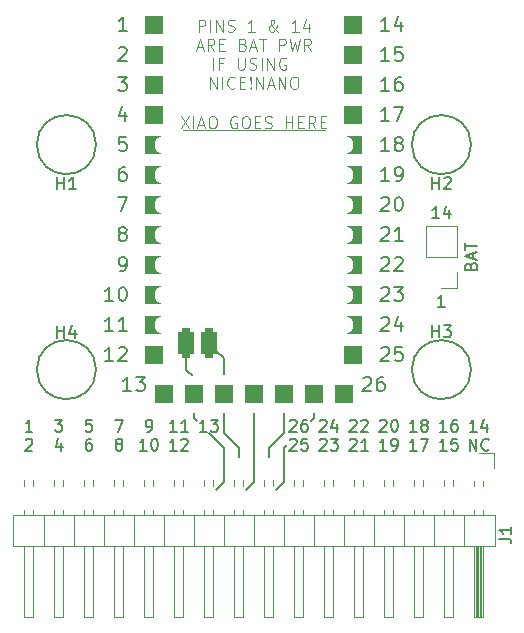
<source format=gbr>
%TF.GenerationSoftware,KiCad,Pcbnew,8.0.2*%
%TF.CreationDate,2024-05-21T12:30:08+05:30*%
%TF.ProjectId,carrier,63617272-6965-4722-9e6b-696361645f70,rev?*%
%TF.SameCoordinates,Original*%
%TF.FileFunction,Legend,Top*%
%TF.FilePolarity,Positive*%
%FSLAX46Y46*%
G04 Gerber Fmt 4.6, Leading zero omitted, Abs format (unit mm)*
G04 Created by KiCad (PCBNEW 8.0.2) date 2024-05-21 12:30:08*
%MOMM*%
%LPD*%
G01*
G04 APERTURE LIST*
G04 Aperture macros list*
%AMRoundRect*
0 Rectangle with rounded corners*
0 $1 Rounding radius*
0 $2 $3 $4 $5 $6 $7 $8 $9 X,Y pos of 4 corners*
0 Add a 4 corners polygon primitive as box body*
4,1,4,$2,$3,$4,$5,$6,$7,$8,$9,$2,$3,0*
0 Add four circle primitives for the rounded corners*
1,1,$1+$1,$2,$3*
1,1,$1+$1,$4,$5*
1,1,$1+$1,$6,$7*
1,1,$1+$1,$8,$9*
0 Add four rect primitives between the rounded corners*
20,1,$1+$1,$2,$3,$4,$5,0*
20,1,$1+$1,$4,$5,$6,$7,0*
20,1,$1+$1,$6,$7,$8,$9,0*
20,1,$1+$1,$8,$9,$2,$3,0*%
%AMOutline5P*
0 Free polygon, 5 corners , with rotation*
0 The origin of the aperture is its center*
0 number of corners: always 5*
0 $1 to $10 corner X, Y*
0 $11 Rotation angle, in degrees counterclockwise*
0 create outline with 5 corners*
4,1,5,$1,$2,$3,$4,$5,$6,$7,$8,$9,$10,$1,$2,$11*%
%AMOutline6P*
0 Free polygon, 6 corners , with rotation*
0 The origin of the aperture is its center*
0 number of corners: always 6*
0 $1 to $12 corner X, Y*
0 $13 Rotation angle, in degrees counterclockwise*
0 create outline with 6 corners*
4,1,6,$1,$2,$3,$4,$5,$6,$7,$8,$9,$10,$11,$12,$1,$2,$13*%
%AMOutline7P*
0 Free polygon, 7 corners , with rotation*
0 The origin of the aperture is its center*
0 number of corners: always 7*
0 $1 to $14 corner X, Y*
0 $15 Rotation angle, in degrees counterclockwise*
0 create outline with 7 corners*
4,1,7,$1,$2,$3,$4,$5,$6,$7,$8,$9,$10,$11,$12,$13,$14,$1,$2,$15*%
%AMOutline8P*
0 Free polygon, 8 corners , with rotation*
0 The origin of the aperture is its center*
0 number of corners: always 8*
0 $1 to $16 corner X, Y*
0 $17 Rotation angle, in degrees counterclockwise*
0 create outline with 8 corners*
4,1,8,$1,$2,$3,$4,$5,$6,$7,$8,$9,$10,$11,$12,$13,$14,$15,$16,$1,$2,$17*%
G04 Aperture macros list end*
%ADD10C,0.200000*%
%ADD11C,0.100000*%
%ADD12C,0.150000*%
%ADD13C,0.120000*%
%ADD14R,1.700000X1.700000*%
%ADD15O,1.700000X1.700000*%
%ADD16C,2.200000*%
%ADD17RoundRect,0.800000X0.800000X0.000010X-0.800000X0.000010X-0.800000X-0.000010X0.800000X-0.000010X0*%
%ADD18RoundRect,0.800000X-0.000010X0.800000X-0.000010X-0.800000X0.000010X-0.800000X0.000010X0.800000X0*%
%ADD19RoundRect,0.800000X-0.800000X-0.000010X0.800000X-0.000010X0.800000X0.000010X-0.800000X0.000010X0*%
%ADD20Outline8P,-0.850000X0.510000X-0.510000X0.850000X0.510000X0.850000X0.850000X0.510000X0.850000X-0.510000X0.510000X-0.850000X-0.510000X-0.850000X-0.850000X-0.510000X270.000000*%
%ADD21C,1.600000*%
%ADD22RoundRect,0.337500X0.337500X-0.562500X0.337500X0.562500X-0.337500X0.562500X-0.337500X-0.562500X0*%
%ADD23RoundRect,0.337500X-0.337500X0.912500X-0.337500X-0.912500X0.337500X-0.912500X0.337500X0.912500X0*%
G04 APERTURE END LIST*
D10*
X35560000Y-43497500D02*
X35560000Y-45085000D01*
X35560000Y-51054000D02*
X35560000Y-53975000D01*
X56475000Y-44450000D02*
G75*
G02*
X51475000Y-44450000I-2500000J0D01*
G01*
X51475000Y-44450000D02*
G75*
G02*
X56475000Y-44450000I2500000J0D01*
G01*
X40640000Y-48006000D02*
X40640000Y-49784000D01*
X40894000Y-50800000D02*
X40640000Y-51054000D01*
X24725000Y-44450000D02*
G75*
G02*
X19725000Y-44450000I-2500000J0D01*
G01*
X19725000Y-44450000D02*
G75*
G02*
X24725000Y-44450000I2500000J0D01*
G01*
X32385000Y-43180000D02*
X32385000Y-44450000D01*
X43180000Y-48006000D02*
X43180000Y-48514000D01*
X39370000Y-51054000D02*
X39370000Y-52070000D01*
X36830000Y-51054000D02*
X36830000Y-52070000D01*
X43180000Y-48514000D02*
X42926000Y-48768000D01*
X35560000Y-43497500D02*
X34925000Y-42862500D01*
X56475000Y-25400000D02*
G75*
G02*
X51475000Y-25400000I-2500000J0D01*
G01*
X51475000Y-25400000D02*
G75*
G02*
X56475000Y-25400000I2500000J0D01*
G01*
X40640000Y-51054000D02*
X40640000Y-53975000D01*
X35560000Y-47244000D02*
X35560000Y-49784000D01*
X24725000Y-25400000D02*
G75*
G02*
X19725000Y-25400000I-2500000J0D01*
G01*
X19725000Y-25400000D02*
G75*
G02*
X24725000Y-25400000I2500000J0D01*
G01*
D11*
X32067500Y-24130000D02*
X44132500Y-24130000D01*
D10*
X33020000Y-47752000D02*
X33020000Y-48514000D01*
X38100000Y-53975000D02*
X37465000Y-54610000D01*
X34290000Y-49784000D02*
X35560000Y-51054000D01*
X33020000Y-45085000D02*
X32385000Y-44450000D01*
X35560000Y-49784000D02*
X36830000Y-51054000D01*
X40640000Y-49784000D02*
X39370000Y-51054000D01*
X38100000Y-48006000D02*
X38100000Y-53975000D01*
X33020000Y-48514000D02*
X33274000Y-48768000D01*
X35560000Y-53975000D02*
X34925000Y-54610000D01*
X40640000Y-53975000D02*
X40005000Y-54610000D01*
D12*
X31559523Y-49694875D02*
X30988095Y-49694875D01*
X31273809Y-49694875D02*
X31273809Y-48694875D01*
X31273809Y-48694875D02*
X31178571Y-48837732D01*
X31178571Y-48837732D02*
X31083333Y-48932970D01*
X31083333Y-48932970D02*
X30988095Y-48980589D01*
X32511904Y-49694875D02*
X31940476Y-49694875D01*
X32226190Y-49694875D02*
X32226190Y-48694875D01*
X32226190Y-48694875D02*
X32130952Y-48837732D01*
X32130952Y-48837732D02*
X32035714Y-48932970D01*
X32035714Y-48932970D02*
X31940476Y-48980589D01*
X31559523Y-51304819D02*
X30988095Y-51304819D01*
X31273809Y-51304819D02*
X31273809Y-50304819D01*
X31273809Y-50304819D02*
X31178571Y-50447676D01*
X31178571Y-50447676D02*
X31083333Y-50542914D01*
X31083333Y-50542914D02*
X30988095Y-50590533D01*
X31940476Y-50400057D02*
X31988095Y-50352438D01*
X31988095Y-50352438D02*
X32083333Y-50304819D01*
X32083333Y-50304819D02*
X32321428Y-50304819D01*
X32321428Y-50304819D02*
X32416666Y-50352438D01*
X32416666Y-50352438D02*
X32464285Y-50400057D01*
X32464285Y-50400057D02*
X32511904Y-50495295D01*
X32511904Y-50495295D02*
X32511904Y-50590533D01*
X32511904Y-50590533D02*
X32464285Y-50733390D01*
X32464285Y-50733390D02*
X31892857Y-51304819D01*
X31892857Y-51304819D02*
X32511904Y-51304819D01*
D10*
X49559863Y-15784742D02*
X48874149Y-15784742D01*
X49217006Y-15784742D02*
X49217006Y-14584742D01*
X49217006Y-14584742D02*
X49102720Y-14756171D01*
X49102720Y-14756171D02*
X48988435Y-14870457D01*
X48988435Y-14870457D02*
X48874149Y-14927600D01*
X50588435Y-14984742D02*
X50588435Y-15784742D01*
X50302720Y-14527600D02*
X50017006Y-15384742D01*
X50017006Y-15384742D02*
X50759863Y-15384742D01*
X48874149Y-37559028D02*
X48931292Y-37501885D01*
X48931292Y-37501885D02*
X49045578Y-37444742D01*
X49045578Y-37444742D02*
X49331292Y-37444742D01*
X49331292Y-37444742D02*
X49445578Y-37501885D01*
X49445578Y-37501885D02*
X49502720Y-37559028D01*
X49502720Y-37559028D02*
X49559863Y-37673314D01*
X49559863Y-37673314D02*
X49559863Y-37787600D01*
X49559863Y-37787600D02*
X49502720Y-37959028D01*
X49502720Y-37959028D02*
X48817006Y-38644742D01*
X48817006Y-38644742D02*
X49559863Y-38644742D01*
X49959863Y-37444742D02*
X50702720Y-37444742D01*
X50702720Y-37444742D02*
X50302720Y-37901885D01*
X50302720Y-37901885D02*
X50474149Y-37901885D01*
X50474149Y-37901885D02*
X50588435Y-37959028D01*
X50588435Y-37959028D02*
X50645577Y-38016171D01*
X50645577Y-38016171D02*
X50702720Y-38130457D01*
X50702720Y-38130457D02*
X50702720Y-38416171D01*
X50702720Y-38416171D02*
X50645577Y-38530457D01*
X50645577Y-38530457D02*
X50588435Y-38587600D01*
X50588435Y-38587600D02*
X50474149Y-38644742D01*
X50474149Y-38644742D02*
X50131292Y-38644742D01*
X50131292Y-38644742D02*
X50017006Y-38587600D01*
X50017006Y-38587600D02*
X49959863Y-38530457D01*
X48874149Y-35019028D02*
X48931292Y-34961885D01*
X48931292Y-34961885D02*
X49045578Y-34904742D01*
X49045578Y-34904742D02*
X49331292Y-34904742D01*
X49331292Y-34904742D02*
X49445578Y-34961885D01*
X49445578Y-34961885D02*
X49502720Y-35019028D01*
X49502720Y-35019028D02*
X49559863Y-35133314D01*
X49559863Y-35133314D02*
X49559863Y-35247600D01*
X49559863Y-35247600D02*
X49502720Y-35419028D01*
X49502720Y-35419028D02*
X48817006Y-36104742D01*
X48817006Y-36104742D02*
X49559863Y-36104742D01*
X50017006Y-35019028D02*
X50074149Y-34961885D01*
X50074149Y-34961885D02*
X50188435Y-34904742D01*
X50188435Y-34904742D02*
X50474149Y-34904742D01*
X50474149Y-34904742D02*
X50588435Y-34961885D01*
X50588435Y-34961885D02*
X50645577Y-35019028D01*
X50645577Y-35019028D02*
X50702720Y-35133314D01*
X50702720Y-35133314D02*
X50702720Y-35247600D01*
X50702720Y-35247600D02*
X50645577Y-35419028D01*
X50645577Y-35419028D02*
X49959863Y-36104742D01*
X49959863Y-36104742D02*
X50702720Y-36104742D01*
X48874149Y-32479027D02*
X48931292Y-32421884D01*
X48931292Y-32421884D02*
X49045578Y-32364741D01*
X49045578Y-32364741D02*
X49331292Y-32364741D01*
X49331292Y-32364741D02*
X49445578Y-32421884D01*
X49445578Y-32421884D02*
X49502720Y-32479027D01*
X49502720Y-32479027D02*
X49559863Y-32593313D01*
X49559863Y-32593313D02*
X49559863Y-32707599D01*
X49559863Y-32707599D02*
X49502720Y-32879027D01*
X49502720Y-32879027D02*
X48817006Y-33564741D01*
X48817006Y-33564741D02*
X49559863Y-33564741D01*
X50702720Y-33564741D02*
X50017006Y-33564741D01*
X50359863Y-33564741D02*
X50359863Y-32364741D01*
X50359863Y-32364741D02*
X50245577Y-32536170D01*
X50245577Y-32536170D02*
X50131292Y-32650456D01*
X50131292Y-32650456D02*
X50017006Y-32707599D01*
X48874149Y-40099028D02*
X48931292Y-40041885D01*
X48931292Y-40041885D02*
X49045578Y-39984742D01*
X49045578Y-39984742D02*
X49331292Y-39984742D01*
X49331292Y-39984742D02*
X49445578Y-40041885D01*
X49445578Y-40041885D02*
X49502720Y-40099028D01*
X49502720Y-40099028D02*
X49559863Y-40213314D01*
X49559863Y-40213314D02*
X49559863Y-40327600D01*
X49559863Y-40327600D02*
X49502720Y-40499028D01*
X49502720Y-40499028D02*
X48817006Y-41184742D01*
X48817006Y-41184742D02*
X49559863Y-41184742D01*
X50588435Y-40384742D02*
X50588435Y-41184742D01*
X50302720Y-39927600D02*
X50017006Y-40784742D01*
X50017006Y-40784742D02*
X50759863Y-40784742D01*
D12*
X51879523Y-49694875D02*
X51308095Y-49694875D01*
X51593809Y-49694875D02*
X51593809Y-48694875D01*
X51593809Y-48694875D02*
X51498571Y-48837732D01*
X51498571Y-48837732D02*
X51403333Y-48932970D01*
X51403333Y-48932970D02*
X51308095Y-48980589D01*
X52450952Y-49123446D02*
X52355714Y-49075827D01*
X52355714Y-49075827D02*
X52308095Y-49028208D01*
X52308095Y-49028208D02*
X52260476Y-48932970D01*
X52260476Y-48932970D02*
X52260476Y-48885351D01*
X52260476Y-48885351D02*
X52308095Y-48790113D01*
X52308095Y-48790113D02*
X52355714Y-48742494D01*
X52355714Y-48742494D02*
X52450952Y-48694875D01*
X52450952Y-48694875D02*
X52641428Y-48694875D01*
X52641428Y-48694875D02*
X52736666Y-48742494D01*
X52736666Y-48742494D02*
X52784285Y-48790113D01*
X52784285Y-48790113D02*
X52831904Y-48885351D01*
X52831904Y-48885351D02*
X52831904Y-48932970D01*
X52831904Y-48932970D02*
X52784285Y-49028208D01*
X52784285Y-49028208D02*
X52736666Y-49075827D01*
X52736666Y-49075827D02*
X52641428Y-49123446D01*
X52641428Y-49123446D02*
X52450952Y-49123446D01*
X52450952Y-49123446D02*
X52355714Y-49171065D01*
X52355714Y-49171065D02*
X52308095Y-49218684D01*
X52308095Y-49218684D02*
X52260476Y-49313922D01*
X52260476Y-49313922D02*
X52260476Y-49504398D01*
X52260476Y-49504398D02*
X52308095Y-49599636D01*
X52308095Y-49599636D02*
X52355714Y-49647256D01*
X52355714Y-49647256D02*
X52450952Y-49694875D01*
X52450952Y-49694875D02*
X52641428Y-49694875D01*
X52641428Y-49694875D02*
X52736666Y-49647256D01*
X52736666Y-49647256D02*
X52784285Y-49599636D01*
X52784285Y-49599636D02*
X52831904Y-49504398D01*
X52831904Y-49504398D02*
X52831904Y-49313922D01*
X52831904Y-49313922D02*
X52784285Y-49218684D01*
X52784285Y-49218684D02*
X52736666Y-49171065D01*
X52736666Y-49171065D02*
X52641428Y-49123446D01*
X51879523Y-51304819D02*
X51308095Y-51304819D01*
X51593809Y-51304819D02*
X51593809Y-50304819D01*
X51593809Y-50304819D02*
X51498571Y-50447676D01*
X51498571Y-50447676D02*
X51403333Y-50542914D01*
X51403333Y-50542914D02*
X51308095Y-50590533D01*
X52212857Y-50304819D02*
X52879523Y-50304819D01*
X52879523Y-50304819D02*
X52450952Y-51304819D01*
D10*
X27268707Y-24744742D02*
X26697279Y-24744742D01*
X26697279Y-24744742D02*
X26640136Y-25316171D01*
X26640136Y-25316171D02*
X26697279Y-25259028D01*
X26697279Y-25259028D02*
X26811565Y-25201885D01*
X26811565Y-25201885D02*
X27097279Y-25201885D01*
X27097279Y-25201885D02*
X27211565Y-25259028D01*
X27211565Y-25259028D02*
X27268707Y-25316171D01*
X27268707Y-25316171D02*
X27325850Y-25430457D01*
X27325850Y-25430457D02*
X27325850Y-25716171D01*
X27325850Y-25716171D02*
X27268707Y-25830457D01*
X27268707Y-25830457D02*
X27211565Y-25887600D01*
X27211565Y-25887600D02*
X27097279Y-25944742D01*
X27097279Y-25944742D02*
X26811565Y-25944742D01*
X26811565Y-25944742D02*
X26697279Y-25887600D01*
X26697279Y-25887600D02*
X26640136Y-25830457D01*
X49559863Y-18324742D02*
X48874149Y-18324742D01*
X49217006Y-18324742D02*
X49217006Y-17124742D01*
X49217006Y-17124742D02*
X49102720Y-17296171D01*
X49102720Y-17296171D02*
X48988435Y-17410457D01*
X48988435Y-17410457D02*
X48874149Y-17467600D01*
X50645577Y-17124742D02*
X50074149Y-17124742D01*
X50074149Y-17124742D02*
X50017006Y-17696171D01*
X50017006Y-17696171D02*
X50074149Y-17639028D01*
X50074149Y-17639028D02*
X50188435Y-17581885D01*
X50188435Y-17581885D02*
X50474149Y-17581885D01*
X50474149Y-17581885D02*
X50588435Y-17639028D01*
X50588435Y-17639028D02*
X50645577Y-17696171D01*
X50645577Y-17696171D02*
X50702720Y-17810457D01*
X50702720Y-17810457D02*
X50702720Y-18096171D01*
X50702720Y-18096171D02*
X50645577Y-18210457D01*
X50645577Y-18210457D02*
X50588435Y-18267600D01*
X50588435Y-18267600D02*
X50474149Y-18324742D01*
X50474149Y-18324742D02*
X50188435Y-18324742D01*
X50188435Y-18324742D02*
X50074149Y-18267600D01*
X50074149Y-18267600D02*
X50017006Y-18210457D01*
X26640136Y-17239028D02*
X26697279Y-17181885D01*
X26697279Y-17181885D02*
X26811565Y-17124742D01*
X26811565Y-17124742D02*
X27097279Y-17124742D01*
X27097279Y-17124742D02*
X27211565Y-17181885D01*
X27211565Y-17181885D02*
X27268707Y-17239028D01*
X27268707Y-17239028D02*
X27325850Y-17353314D01*
X27325850Y-17353314D02*
X27325850Y-17467600D01*
X27325850Y-17467600D02*
X27268707Y-17639028D01*
X27268707Y-17639028D02*
X26582993Y-18324742D01*
X26582993Y-18324742D02*
X27325850Y-18324742D01*
X26182993Y-38644742D02*
X25497279Y-38644742D01*
X25840136Y-38644742D02*
X25840136Y-37444742D01*
X25840136Y-37444742D02*
X25725850Y-37616171D01*
X25725850Y-37616171D02*
X25611565Y-37730457D01*
X25611565Y-37730457D02*
X25497279Y-37787600D01*
X26925850Y-37444742D02*
X27040136Y-37444742D01*
X27040136Y-37444742D02*
X27154422Y-37501885D01*
X27154422Y-37501885D02*
X27211565Y-37559028D01*
X27211565Y-37559028D02*
X27268707Y-37673314D01*
X27268707Y-37673314D02*
X27325850Y-37901885D01*
X27325850Y-37901885D02*
X27325850Y-38187600D01*
X27325850Y-38187600D02*
X27268707Y-38416171D01*
X27268707Y-38416171D02*
X27211565Y-38530457D01*
X27211565Y-38530457D02*
X27154422Y-38587600D01*
X27154422Y-38587600D02*
X27040136Y-38644742D01*
X27040136Y-38644742D02*
X26925850Y-38644742D01*
X26925850Y-38644742D02*
X26811565Y-38587600D01*
X26811565Y-38587600D02*
X26754422Y-38530457D01*
X26754422Y-38530457D02*
X26697279Y-38416171D01*
X26697279Y-38416171D02*
X26640136Y-38187600D01*
X26640136Y-38187600D02*
X26640136Y-37901885D01*
X26640136Y-37901885D02*
X26697279Y-37673314D01*
X26697279Y-37673314D02*
X26754422Y-37559028D01*
X26754422Y-37559028D02*
X26811565Y-37501885D01*
X26811565Y-37501885D02*
X26925850Y-37444742D01*
X54260714Y-39137219D02*
X53689286Y-39137219D01*
X53975000Y-39137219D02*
X53975000Y-38137219D01*
X53975000Y-38137219D02*
X53879762Y-38280076D01*
X53879762Y-38280076D02*
X53784524Y-38375314D01*
X53784524Y-38375314D02*
X53689286Y-38422933D01*
X48874149Y-42639028D02*
X48931292Y-42581885D01*
X48931292Y-42581885D02*
X49045578Y-42524742D01*
X49045578Y-42524742D02*
X49331292Y-42524742D01*
X49331292Y-42524742D02*
X49445578Y-42581885D01*
X49445578Y-42581885D02*
X49502720Y-42639028D01*
X49502720Y-42639028D02*
X49559863Y-42753314D01*
X49559863Y-42753314D02*
X49559863Y-42867600D01*
X49559863Y-42867600D02*
X49502720Y-43039028D01*
X49502720Y-43039028D02*
X48817006Y-43724742D01*
X48817006Y-43724742D02*
X49559863Y-43724742D01*
X50645577Y-42524742D02*
X50074149Y-42524742D01*
X50074149Y-42524742D02*
X50017006Y-43096171D01*
X50017006Y-43096171D02*
X50074149Y-43039028D01*
X50074149Y-43039028D02*
X50188435Y-42981885D01*
X50188435Y-42981885D02*
X50474149Y-42981885D01*
X50474149Y-42981885D02*
X50588435Y-43039028D01*
X50588435Y-43039028D02*
X50645577Y-43096171D01*
X50645577Y-43096171D02*
X50702720Y-43210457D01*
X50702720Y-43210457D02*
X50702720Y-43496171D01*
X50702720Y-43496171D02*
X50645577Y-43610457D01*
X50645577Y-43610457D02*
X50588435Y-43667600D01*
X50588435Y-43667600D02*
X50474149Y-43724742D01*
X50474149Y-43724742D02*
X50188435Y-43724742D01*
X50188435Y-43724742D02*
X50074149Y-43667600D01*
X50074149Y-43667600D02*
X50017006Y-43610457D01*
D12*
X54419523Y-49694875D02*
X53848095Y-49694875D01*
X54133809Y-49694875D02*
X54133809Y-48694875D01*
X54133809Y-48694875D02*
X54038571Y-48837732D01*
X54038571Y-48837732D02*
X53943333Y-48932970D01*
X53943333Y-48932970D02*
X53848095Y-48980589D01*
X55276666Y-48694875D02*
X55086190Y-48694875D01*
X55086190Y-48694875D02*
X54990952Y-48742494D01*
X54990952Y-48742494D02*
X54943333Y-48790113D01*
X54943333Y-48790113D02*
X54848095Y-48932970D01*
X54848095Y-48932970D02*
X54800476Y-49123446D01*
X54800476Y-49123446D02*
X54800476Y-49504398D01*
X54800476Y-49504398D02*
X54848095Y-49599636D01*
X54848095Y-49599636D02*
X54895714Y-49647256D01*
X54895714Y-49647256D02*
X54990952Y-49694875D01*
X54990952Y-49694875D02*
X55181428Y-49694875D01*
X55181428Y-49694875D02*
X55276666Y-49647256D01*
X55276666Y-49647256D02*
X55324285Y-49599636D01*
X55324285Y-49599636D02*
X55371904Y-49504398D01*
X55371904Y-49504398D02*
X55371904Y-49266303D01*
X55371904Y-49266303D02*
X55324285Y-49171065D01*
X55324285Y-49171065D02*
X55276666Y-49123446D01*
X55276666Y-49123446D02*
X55181428Y-49075827D01*
X55181428Y-49075827D02*
X54990952Y-49075827D01*
X54990952Y-49075827D02*
X54895714Y-49123446D01*
X54895714Y-49123446D02*
X54848095Y-49171065D01*
X54848095Y-49171065D02*
X54800476Y-49266303D01*
X54419523Y-51304819D02*
X53848095Y-51304819D01*
X54133809Y-51304819D02*
X54133809Y-50304819D01*
X54133809Y-50304819D02*
X54038571Y-50447676D01*
X54038571Y-50447676D02*
X53943333Y-50542914D01*
X53943333Y-50542914D02*
X53848095Y-50590533D01*
X55324285Y-50304819D02*
X54848095Y-50304819D01*
X54848095Y-50304819D02*
X54800476Y-50781009D01*
X54800476Y-50781009D02*
X54848095Y-50733390D01*
X54848095Y-50733390D02*
X54943333Y-50685771D01*
X54943333Y-50685771D02*
X55181428Y-50685771D01*
X55181428Y-50685771D02*
X55276666Y-50733390D01*
X55276666Y-50733390D02*
X55324285Y-50781009D01*
X55324285Y-50781009D02*
X55371904Y-50876247D01*
X55371904Y-50876247D02*
X55371904Y-51114342D01*
X55371904Y-51114342D02*
X55324285Y-51209580D01*
X55324285Y-51209580D02*
X55276666Y-51257200D01*
X55276666Y-51257200D02*
X55181428Y-51304819D01*
X55181428Y-51304819D02*
X54943333Y-51304819D01*
X54943333Y-51304819D02*
X54848095Y-51257200D01*
X54848095Y-51257200D02*
X54800476Y-51209580D01*
X46228095Y-48790113D02*
X46275714Y-48742494D01*
X46275714Y-48742494D02*
X46370952Y-48694875D01*
X46370952Y-48694875D02*
X46609047Y-48694875D01*
X46609047Y-48694875D02*
X46704285Y-48742494D01*
X46704285Y-48742494D02*
X46751904Y-48790113D01*
X46751904Y-48790113D02*
X46799523Y-48885351D01*
X46799523Y-48885351D02*
X46799523Y-48980589D01*
X46799523Y-48980589D02*
X46751904Y-49123446D01*
X46751904Y-49123446D02*
X46180476Y-49694875D01*
X46180476Y-49694875D02*
X46799523Y-49694875D01*
X47180476Y-48790113D02*
X47228095Y-48742494D01*
X47228095Y-48742494D02*
X47323333Y-48694875D01*
X47323333Y-48694875D02*
X47561428Y-48694875D01*
X47561428Y-48694875D02*
X47656666Y-48742494D01*
X47656666Y-48742494D02*
X47704285Y-48790113D01*
X47704285Y-48790113D02*
X47751904Y-48885351D01*
X47751904Y-48885351D02*
X47751904Y-48980589D01*
X47751904Y-48980589D02*
X47704285Y-49123446D01*
X47704285Y-49123446D02*
X47132857Y-49694875D01*
X47132857Y-49694875D02*
X47751904Y-49694875D01*
X46228095Y-50400057D02*
X46275714Y-50352438D01*
X46275714Y-50352438D02*
X46370952Y-50304819D01*
X46370952Y-50304819D02*
X46609047Y-50304819D01*
X46609047Y-50304819D02*
X46704285Y-50352438D01*
X46704285Y-50352438D02*
X46751904Y-50400057D01*
X46751904Y-50400057D02*
X46799523Y-50495295D01*
X46799523Y-50495295D02*
X46799523Y-50590533D01*
X46799523Y-50590533D02*
X46751904Y-50733390D01*
X46751904Y-50733390D02*
X46180476Y-51304819D01*
X46180476Y-51304819D02*
X46799523Y-51304819D01*
X47751904Y-51304819D02*
X47180476Y-51304819D01*
X47466190Y-51304819D02*
X47466190Y-50304819D01*
X47466190Y-50304819D02*
X47370952Y-50447676D01*
X47370952Y-50447676D02*
X47275714Y-50542914D01*
X47275714Y-50542914D02*
X47180476Y-50590533D01*
D10*
X49559863Y-28484741D02*
X48874149Y-28484741D01*
X49217006Y-28484741D02*
X49217006Y-27284741D01*
X49217006Y-27284741D02*
X49102720Y-27456170D01*
X49102720Y-27456170D02*
X48988435Y-27570456D01*
X48988435Y-27570456D02*
X48874149Y-27627599D01*
X50131292Y-28484741D02*
X50359863Y-28484741D01*
X50359863Y-28484741D02*
X50474149Y-28427599D01*
X50474149Y-28427599D02*
X50531292Y-28370456D01*
X50531292Y-28370456D02*
X50645577Y-28199027D01*
X50645577Y-28199027D02*
X50702720Y-27970456D01*
X50702720Y-27970456D02*
X50702720Y-27513313D01*
X50702720Y-27513313D02*
X50645577Y-27399027D01*
X50645577Y-27399027D02*
X50588435Y-27341884D01*
X50588435Y-27341884D02*
X50474149Y-27284741D01*
X50474149Y-27284741D02*
X50245577Y-27284741D01*
X50245577Y-27284741D02*
X50131292Y-27341884D01*
X50131292Y-27341884D02*
X50074149Y-27399027D01*
X50074149Y-27399027D02*
X50017006Y-27513313D01*
X50017006Y-27513313D02*
X50017006Y-27799027D01*
X50017006Y-27799027D02*
X50074149Y-27913313D01*
X50074149Y-27913313D02*
X50131292Y-27970456D01*
X50131292Y-27970456D02*
X50245577Y-28027599D01*
X50245577Y-28027599D02*
X50474149Y-28027599D01*
X50474149Y-28027599D02*
X50588435Y-27970456D01*
X50588435Y-27970456D02*
X50645577Y-27913313D01*
X50645577Y-27913313D02*
X50702720Y-27799027D01*
D11*
X33409524Y-15822503D02*
X33409524Y-14822503D01*
X33409524Y-14822503D02*
X33790476Y-14822503D01*
X33790476Y-14822503D02*
X33885714Y-14870122D01*
X33885714Y-14870122D02*
X33933333Y-14917741D01*
X33933333Y-14917741D02*
X33980952Y-15012979D01*
X33980952Y-15012979D02*
X33980952Y-15155836D01*
X33980952Y-15155836D02*
X33933333Y-15251074D01*
X33933333Y-15251074D02*
X33885714Y-15298693D01*
X33885714Y-15298693D02*
X33790476Y-15346312D01*
X33790476Y-15346312D02*
X33409524Y-15346312D01*
X34409524Y-15822503D02*
X34409524Y-14822503D01*
X34885714Y-15822503D02*
X34885714Y-14822503D01*
X34885714Y-14822503D02*
X35457142Y-15822503D01*
X35457142Y-15822503D02*
X35457142Y-14822503D01*
X35885714Y-15774884D02*
X36028571Y-15822503D01*
X36028571Y-15822503D02*
X36266666Y-15822503D01*
X36266666Y-15822503D02*
X36361904Y-15774884D01*
X36361904Y-15774884D02*
X36409523Y-15727264D01*
X36409523Y-15727264D02*
X36457142Y-15632026D01*
X36457142Y-15632026D02*
X36457142Y-15536788D01*
X36457142Y-15536788D02*
X36409523Y-15441550D01*
X36409523Y-15441550D02*
X36361904Y-15393931D01*
X36361904Y-15393931D02*
X36266666Y-15346312D01*
X36266666Y-15346312D02*
X36076190Y-15298693D01*
X36076190Y-15298693D02*
X35980952Y-15251074D01*
X35980952Y-15251074D02*
X35933333Y-15203455D01*
X35933333Y-15203455D02*
X35885714Y-15108217D01*
X35885714Y-15108217D02*
X35885714Y-15012979D01*
X35885714Y-15012979D02*
X35933333Y-14917741D01*
X35933333Y-14917741D02*
X35980952Y-14870122D01*
X35980952Y-14870122D02*
X36076190Y-14822503D01*
X36076190Y-14822503D02*
X36314285Y-14822503D01*
X36314285Y-14822503D02*
X36457142Y-14870122D01*
X38171428Y-15822503D02*
X37600000Y-15822503D01*
X37885714Y-15822503D02*
X37885714Y-14822503D01*
X37885714Y-14822503D02*
X37790476Y-14965360D01*
X37790476Y-14965360D02*
X37695238Y-15060598D01*
X37695238Y-15060598D02*
X37600000Y-15108217D01*
X40171429Y-15822503D02*
X40123810Y-15822503D01*
X40123810Y-15822503D02*
X40028571Y-15774884D01*
X40028571Y-15774884D02*
X39885714Y-15632026D01*
X39885714Y-15632026D02*
X39647619Y-15346312D01*
X39647619Y-15346312D02*
X39552381Y-15203455D01*
X39552381Y-15203455D02*
X39504762Y-15060598D01*
X39504762Y-15060598D02*
X39504762Y-14965360D01*
X39504762Y-14965360D02*
X39552381Y-14870122D01*
X39552381Y-14870122D02*
X39647619Y-14822503D01*
X39647619Y-14822503D02*
X39695238Y-14822503D01*
X39695238Y-14822503D02*
X39790476Y-14870122D01*
X39790476Y-14870122D02*
X39838095Y-14965360D01*
X39838095Y-14965360D02*
X39838095Y-15012979D01*
X39838095Y-15012979D02*
X39790476Y-15108217D01*
X39790476Y-15108217D02*
X39742857Y-15155836D01*
X39742857Y-15155836D02*
X39457143Y-15346312D01*
X39457143Y-15346312D02*
X39409524Y-15393931D01*
X39409524Y-15393931D02*
X39361905Y-15489169D01*
X39361905Y-15489169D02*
X39361905Y-15632026D01*
X39361905Y-15632026D02*
X39409524Y-15727264D01*
X39409524Y-15727264D02*
X39457143Y-15774884D01*
X39457143Y-15774884D02*
X39552381Y-15822503D01*
X39552381Y-15822503D02*
X39695238Y-15822503D01*
X39695238Y-15822503D02*
X39790476Y-15774884D01*
X39790476Y-15774884D02*
X39838095Y-15727264D01*
X39838095Y-15727264D02*
X39980952Y-15536788D01*
X39980952Y-15536788D02*
X40028571Y-15393931D01*
X40028571Y-15393931D02*
X40028571Y-15298693D01*
X41885714Y-15822503D02*
X41314286Y-15822503D01*
X41600000Y-15822503D02*
X41600000Y-14822503D01*
X41600000Y-14822503D02*
X41504762Y-14965360D01*
X41504762Y-14965360D02*
X41409524Y-15060598D01*
X41409524Y-15060598D02*
X41314286Y-15108217D01*
X42742857Y-15155836D02*
X42742857Y-15822503D01*
X42504762Y-14774884D02*
X42266667Y-15489169D01*
X42266667Y-15489169D02*
X42885714Y-15489169D01*
X33266666Y-17146732D02*
X33742856Y-17146732D01*
X33171428Y-17432447D02*
X33504761Y-16432447D01*
X33504761Y-16432447D02*
X33838094Y-17432447D01*
X34742856Y-17432447D02*
X34409523Y-16956256D01*
X34171428Y-17432447D02*
X34171428Y-16432447D01*
X34171428Y-16432447D02*
X34552380Y-16432447D01*
X34552380Y-16432447D02*
X34647618Y-16480066D01*
X34647618Y-16480066D02*
X34695237Y-16527685D01*
X34695237Y-16527685D02*
X34742856Y-16622923D01*
X34742856Y-16622923D02*
X34742856Y-16765780D01*
X34742856Y-16765780D02*
X34695237Y-16861018D01*
X34695237Y-16861018D02*
X34647618Y-16908637D01*
X34647618Y-16908637D02*
X34552380Y-16956256D01*
X34552380Y-16956256D02*
X34171428Y-16956256D01*
X35171428Y-16908637D02*
X35504761Y-16908637D01*
X35647618Y-17432447D02*
X35171428Y-17432447D01*
X35171428Y-17432447D02*
X35171428Y-16432447D01*
X35171428Y-16432447D02*
X35647618Y-16432447D01*
X37171428Y-16908637D02*
X37314285Y-16956256D01*
X37314285Y-16956256D02*
X37361904Y-17003875D01*
X37361904Y-17003875D02*
X37409523Y-17099113D01*
X37409523Y-17099113D02*
X37409523Y-17241970D01*
X37409523Y-17241970D02*
X37361904Y-17337208D01*
X37361904Y-17337208D02*
X37314285Y-17384828D01*
X37314285Y-17384828D02*
X37219047Y-17432447D01*
X37219047Y-17432447D02*
X36838095Y-17432447D01*
X36838095Y-17432447D02*
X36838095Y-16432447D01*
X36838095Y-16432447D02*
X37171428Y-16432447D01*
X37171428Y-16432447D02*
X37266666Y-16480066D01*
X37266666Y-16480066D02*
X37314285Y-16527685D01*
X37314285Y-16527685D02*
X37361904Y-16622923D01*
X37361904Y-16622923D02*
X37361904Y-16718161D01*
X37361904Y-16718161D02*
X37314285Y-16813399D01*
X37314285Y-16813399D02*
X37266666Y-16861018D01*
X37266666Y-16861018D02*
X37171428Y-16908637D01*
X37171428Y-16908637D02*
X36838095Y-16908637D01*
X37790476Y-17146732D02*
X38266666Y-17146732D01*
X37695238Y-17432447D02*
X38028571Y-16432447D01*
X38028571Y-16432447D02*
X38361904Y-17432447D01*
X38552381Y-16432447D02*
X39123809Y-16432447D01*
X38838095Y-17432447D02*
X38838095Y-16432447D01*
X40219048Y-17432447D02*
X40219048Y-16432447D01*
X40219048Y-16432447D02*
X40600000Y-16432447D01*
X40600000Y-16432447D02*
X40695238Y-16480066D01*
X40695238Y-16480066D02*
X40742857Y-16527685D01*
X40742857Y-16527685D02*
X40790476Y-16622923D01*
X40790476Y-16622923D02*
X40790476Y-16765780D01*
X40790476Y-16765780D02*
X40742857Y-16861018D01*
X40742857Y-16861018D02*
X40695238Y-16908637D01*
X40695238Y-16908637D02*
X40600000Y-16956256D01*
X40600000Y-16956256D02*
X40219048Y-16956256D01*
X41123810Y-16432447D02*
X41361905Y-17432447D01*
X41361905Y-17432447D02*
X41552381Y-16718161D01*
X41552381Y-16718161D02*
X41742857Y-17432447D01*
X41742857Y-17432447D02*
X41980953Y-16432447D01*
X42933333Y-17432447D02*
X42600000Y-16956256D01*
X42361905Y-17432447D02*
X42361905Y-16432447D01*
X42361905Y-16432447D02*
X42742857Y-16432447D01*
X42742857Y-16432447D02*
X42838095Y-16480066D01*
X42838095Y-16480066D02*
X42885714Y-16527685D01*
X42885714Y-16527685D02*
X42933333Y-16622923D01*
X42933333Y-16622923D02*
X42933333Y-16765780D01*
X42933333Y-16765780D02*
X42885714Y-16861018D01*
X42885714Y-16861018D02*
X42838095Y-16908637D01*
X42838095Y-16908637D02*
X42742857Y-16956256D01*
X42742857Y-16956256D02*
X42361905Y-16956256D01*
X34647619Y-19042391D02*
X34647619Y-18042391D01*
X35457142Y-18518581D02*
X35123809Y-18518581D01*
X35123809Y-19042391D02*
X35123809Y-18042391D01*
X35123809Y-18042391D02*
X35599999Y-18042391D01*
X36742857Y-18042391D02*
X36742857Y-18851914D01*
X36742857Y-18851914D02*
X36790476Y-18947152D01*
X36790476Y-18947152D02*
X36838095Y-18994772D01*
X36838095Y-18994772D02*
X36933333Y-19042391D01*
X36933333Y-19042391D02*
X37123809Y-19042391D01*
X37123809Y-19042391D02*
X37219047Y-18994772D01*
X37219047Y-18994772D02*
X37266666Y-18947152D01*
X37266666Y-18947152D02*
X37314285Y-18851914D01*
X37314285Y-18851914D02*
X37314285Y-18042391D01*
X37742857Y-18994772D02*
X37885714Y-19042391D01*
X37885714Y-19042391D02*
X38123809Y-19042391D01*
X38123809Y-19042391D02*
X38219047Y-18994772D01*
X38219047Y-18994772D02*
X38266666Y-18947152D01*
X38266666Y-18947152D02*
X38314285Y-18851914D01*
X38314285Y-18851914D02*
X38314285Y-18756676D01*
X38314285Y-18756676D02*
X38266666Y-18661438D01*
X38266666Y-18661438D02*
X38219047Y-18613819D01*
X38219047Y-18613819D02*
X38123809Y-18566200D01*
X38123809Y-18566200D02*
X37933333Y-18518581D01*
X37933333Y-18518581D02*
X37838095Y-18470962D01*
X37838095Y-18470962D02*
X37790476Y-18423343D01*
X37790476Y-18423343D02*
X37742857Y-18328105D01*
X37742857Y-18328105D02*
X37742857Y-18232867D01*
X37742857Y-18232867D02*
X37790476Y-18137629D01*
X37790476Y-18137629D02*
X37838095Y-18090010D01*
X37838095Y-18090010D02*
X37933333Y-18042391D01*
X37933333Y-18042391D02*
X38171428Y-18042391D01*
X38171428Y-18042391D02*
X38314285Y-18090010D01*
X38742857Y-19042391D02*
X38742857Y-18042391D01*
X39219047Y-19042391D02*
X39219047Y-18042391D01*
X39219047Y-18042391D02*
X39790475Y-19042391D01*
X39790475Y-19042391D02*
X39790475Y-18042391D01*
X40790475Y-18090010D02*
X40695237Y-18042391D01*
X40695237Y-18042391D02*
X40552380Y-18042391D01*
X40552380Y-18042391D02*
X40409523Y-18090010D01*
X40409523Y-18090010D02*
X40314285Y-18185248D01*
X40314285Y-18185248D02*
X40266666Y-18280486D01*
X40266666Y-18280486D02*
X40219047Y-18470962D01*
X40219047Y-18470962D02*
X40219047Y-18613819D01*
X40219047Y-18613819D02*
X40266666Y-18804295D01*
X40266666Y-18804295D02*
X40314285Y-18899533D01*
X40314285Y-18899533D02*
X40409523Y-18994772D01*
X40409523Y-18994772D02*
X40552380Y-19042391D01*
X40552380Y-19042391D02*
X40647618Y-19042391D01*
X40647618Y-19042391D02*
X40790475Y-18994772D01*
X40790475Y-18994772D02*
X40838094Y-18947152D01*
X40838094Y-18947152D02*
X40838094Y-18613819D01*
X40838094Y-18613819D02*
X40647618Y-18613819D01*
X34385715Y-20652335D02*
X34385715Y-19652335D01*
X34385715Y-19652335D02*
X34957143Y-20652335D01*
X34957143Y-20652335D02*
X34957143Y-19652335D01*
X35433334Y-20652335D02*
X35433334Y-19652335D01*
X36480952Y-20557096D02*
X36433333Y-20604716D01*
X36433333Y-20604716D02*
X36290476Y-20652335D01*
X36290476Y-20652335D02*
X36195238Y-20652335D01*
X36195238Y-20652335D02*
X36052381Y-20604716D01*
X36052381Y-20604716D02*
X35957143Y-20509477D01*
X35957143Y-20509477D02*
X35909524Y-20414239D01*
X35909524Y-20414239D02*
X35861905Y-20223763D01*
X35861905Y-20223763D02*
X35861905Y-20080906D01*
X35861905Y-20080906D02*
X35909524Y-19890430D01*
X35909524Y-19890430D02*
X35957143Y-19795192D01*
X35957143Y-19795192D02*
X36052381Y-19699954D01*
X36052381Y-19699954D02*
X36195238Y-19652335D01*
X36195238Y-19652335D02*
X36290476Y-19652335D01*
X36290476Y-19652335D02*
X36433333Y-19699954D01*
X36433333Y-19699954D02*
X36480952Y-19747573D01*
X36909524Y-20128525D02*
X37242857Y-20128525D01*
X37385714Y-20652335D02*
X36909524Y-20652335D01*
X36909524Y-20652335D02*
X36909524Y-19652335D01*
X36909524Y-19652335D02*
X37385714Y-19652335D01*
X37814286Y-20557096D02*
X37861905Y-20604716D01*
X37861905Y-20604716D02*
X37814286Y-20652335D01*
X37814286Y-20652335D02*
X37766667Y-20604716D01*
X37766667Y-20604716D02*
X37814286Y-20557096D01*
X37814286Y-20557096D02*
X37814286Y-20652335D01*
X37814286Y-20271382D02*
X37766667Y-19699954D01*
X37766667Y-19699954D02*
X37814286Y-19652335D01*
X37814286Y-19652335D02*
X37861905Y-19699954D01*
X37861905Y-19699954D02*
X37814286Y-20271382D01*
X37814286Y-20271382D02*
X37814286Y-19652335D01*
X38290476Y-20652335D02*
X38290476Y-19652335D01*
X38290476Y-19652335D02*
X38861904Y-20652335D01*
X38861904Y-20652335D02*
X38861904Y-19652335D01*
X39290476Y-20366620D02*
X39766666Y-20366620D01*
X39195238Y-20652335D02*
X39528571Y-19652335D01*
X39528571Y-19652335D02*
X39861904Y-20652335D01*
X40195238Y-20652335D02*
X40195238Y-19652335D01*
X40195238Y-19652335D02*
X40766666Y-20652335D01*
X40766666Y-20652335D02*
X40766666Y-19652335D01*
X41433333Y-19652335D02*
X41623809Y-19652335D01*
X41623809Y-19652335D02*
X41719047Y-19699954D01*
X41719047Y-19699954D02*
X41814285Y-19795192D01*
X41814285Y-19795192D02*
X41861904Y-19985668D01*
X41861904Y-19985668D02*
X41861904Y-20319001D01*
X41861904Y-20319001D02*
X41814285Y-20509477D01*
X41814285Y-20509477D02*
X41719047Y-20604716D01*
X41719047Y-20604716D02*
X41623809Y-20652335D01*
X41623809Y-20652335D02*
X41433333Y-20652335D01*
X41433333Y-20652335D02*
X41338095Y-20604716D01*
X41338095Y-20604716D02*
X41242857Y-20509477D01*
X41242857Y-20509477D02*
X41195238Y-20319001D01*
X41195238Y-20319001D02*
X41195238Y-19985668D01*
X41195238Y-19985668D02*
X41242857Y-19795192D01*
X41242857Y-19795192D02*
X41338095Y-19699954D01*
X41338095Y-19699954D02*
X41433333Y-19652335D01*
D10*
X49559863Y-20864741D02*
X48874149Y-20864741D01*
X49217006Y-20864741D02*
X49217006Y-19664741D01*
X49217006Y-19664741D02*
X49102720Y-19836170D01*
X49102720Y-19836170D02*
X48988435Y-19950456D01*
X48988435Y-19950456D02*
X48874149Y-20007599D01*
X50588435Y-19664741D02*
X50359863Y-19664741D01*
X50359863Y-19664741D02*
X50245577Y-19721884D01*
X50245577Y-19721884D02*
X50188435Y-19779027D01*
X50188435Y-19779027D02*
X50074149Y-19950456D01*
X50074149Y-19950456D02*
X50017006Y-20179027D01*
X50017006Y-20179027D02*
X50017006Y-20636170D01*
X50017006Y-20636170D02*
X50074149Y-20750456D01*
X50074149Y-20750456D02*
X50131292Y-20807599D01*
X50131292Y-20807599D02*
X50245577Y-20864741D01*
X50245577Y-20864741D02*
X50474149Y-20864741D01*
X50474149Y-20864741D02*
X50588435Y-20807599D01*
X50588435Y-20807599D02*
X50645577Y-20750456D01*
X50645577Y-20750456D02*
X50702720Y-20636170D01*
X50702720Y-20636170D02*
X50702720Y-20350456D01*
X50702720Y-20350456D02*
X50645577Y-20236170D01*
X50645577Y-20236170D02*
X50588435Y-20179027D01*
X50588435Y-20179027D02*
X50474149Y-20121884D01*
X50474149Y-20121884D02*
X50245577Y-20121884D01*
X50245577Y-20121884D02*
X50131292Y-20179027D01*
X50131292Y-20179027D02*
X50074149Y-20236170D01*
X50074149Y-20236170D02*
X50017006Y-20350456D01*
X27325850Y-15784742D02*
X26640136Y-15784742D01*
X26982993Y-15784742D02*
X26982993Y-14584742D01*
X26982993Y-14584742D02*
X26868707Y-14756171D01*
X26868707Y-14756171D02*
X26754422Y-14870457D01*
X26754422Y-14870457D02*
X26640136Y-14927600D01*
D12*
X48768095Y-48790113D02*
X48815714Y-48742494D01*
X48815714Y-48742494D02*
X48910952Y-48694875D01*
X48910952Y-48694875D02*
X49149047Y-48694875D01*
X49149047Y-48694875D02*
X49244285Y-48742494D01*
X49244285Y-48742494D02*
X49291904Y-48790113D01*
X49291904Y-48790113D02*
X49339523Y-48885351D01*
X49339523Y-48885351D02*
X49339523Y-48980589D01*
X49339523Y-48980589D02*
X49291904Y-49123446D01*
X49291904Y-49123446D02*
X48720476Y-49694875D01*
X48720476Y-49694875D02*
X49339523Y-49694875D01*
X49958571Y-48694875D02*
X50053809Y-48694875D01*
X50053809Y-48694875D02*
X50149047Y-48742494D01*
X50149047Y-48742494D02*
X50196666Y-48790113D01*
X50196666Y-48790113D02*
X50244285Y-48885351D01*
X50244285Y-48885351D02*
X50291904Y-49075827D01*
X50291904Y-49075827D02*
X50291904Y-49313922D01*
X50291904Y-49313922D02*
X50244285Y-49504398D01*
X50244285Y-49504398D02*
X50196666Y-49599636D01*
X50196666Y-49599636D02*
X50149047Y-49647256D01*
X50149047Y-49647256D02*
X50053809Y-49694875D01*
X50053809Y-49694875D02*
X49958571Y-49694875D01*
X49958571Y-49694875D02*
X49863333Y-49647256D01*
X49863333Y-49647256D02*
X49815714Y-49599636D01*
X49815714Y-49599636D02*
X49768095Y-49504398D01*
X49768095Y-49504398D02*
X49720476Y-49313922D01*
X49720476Y-49313922D02*
X49720476Y-49075827D01*
X49720476Y-49075827D02*
X49768095Y-48885351D01*
X49768095Y-48885351D02*
X49815714Y-48790113D01*
X49815714Y-48790113D02*
X49863333Y-48742494D01*
X49863333Y-48742494D02*
X49958571Y-48694875D01*
X49339523Y-51304819D02*
X48768095Y-51304819D01*
X49053809Y-51304819D02*
X49053809Y-50304819D01*
X49053809Y-50304819D02*
X48958571Y-50447676D01*
X48958571Y-50447676D02*
X48863333Y-50542914D01*
X48863333Y-50542914D02*
X48768095Y-50590533D01*
X49815714Y-51304819D02*
X50006190Y-51304819D01*
X50006190Y-51304819D02*
X50101428Y-51257200D01*
X50101428Y-51257200D02*
X50149047Y-51209580D01*
X50149047Y-51209580D02*
X50244285Y-51066723D01*
X50244285Y-51066723D02*
X50291904Y-50876247D01*
X50291904Y-50876247D02*
X50291904Y-50495295D01*
X50291904Y-50495295D02*
X50244285Y-50400057D01*
X50244285Y-50400057D02*
X50196666Y-50352438D01*
X50196666Y-50352438D02*
X50101428Y-50304819D01*
X50101428Y-50304819D02*
X49910952Y-50304819D01*
X49910952Y-50304819D02*
X49815714Y-50352438D01*
X49815714Y-50352438D02*
X49768095Y-50400057D01*
X49768095Y-50400057D02*
X49720476Y-50495295D01*
X49720476Y-50495295D02*
X49720476Y-50733390D01*
X49720476Y-50733390D02*
X49768095Y-50828628D01*
X49768095Y-50828628D02*
X49815714Y-50876247D01*
X49815714Y-50876247D02*
X49910952Y-50923866D01*
X49910952Y-50923866D02*
X50101428Y-50923866D01*
X50101428Y-50923866D02*
X50196666Y-50876247D01*
X50196666Y-50876247D02*
X50244285Y-50828628D01*
X50244285Y-50828628D02*
X50291904Y-50733390D01*
D10*
X26868707Y-32879028D02*
X26754422Y-32821885D01*
X26754422Y-32821885D02*
X26697279Y-32764742D01*
X26697279Y-32764742D02*
X26640136Y-32650457D01*
X26640136Y-32650457D02*
X26640136Y-32593314D01*
X26640136Y-32593314D02*
X26697279Y-32479028D01*
X26697279Y-32479028D02*
X26754422Y-32421885D01*
X26754422Y-32421885D02*
X26868707Y-32364742D01*
X26868707Y-32364742D02*
X27097279Y-32364742D01*
X27097279Y-32364742D02*
X27211565Y-32421885D01*
X27211565Y-32421885D02*
X27268707Y-32479028D01*
X27268707Y-32479028D02*
X27325850Y-32593314D01*
X27325850Y-32593314D02*
X27325850Y-32650457D01*
X27325850Y-32650457D02*
X27268707Y-32764742D01*
X27268707Y-32764742D02*
X27211565Y-32821885D01*
X27211565Y-32821885D02*
X27097279Y-32879028D01*
X27097279Y-32879028D02*
X26868707Y-32879028D01*
X26868707Y-32879028D02*
X26754422Y-32936171D01*
X26754422Y-32936171D02*
X26697279Y-32993314D01*
X26697279Y-32993314D02*
X26640136Y-33107600D01*
X26640136Y-33107600D02*
X26640136Y-33336171D01*
X26640136Y-33336171D02*
X26697279Y-33450457D01*
X26697279Y-33450457D02*
X26754422Y-33507600D01*
X26754422Y-33507600D02*
X26868707Y-33564742D01*
X26868707Y-33564742D02*
X27097279Y-33564742D01*
X27097279Y-33564742D02*
X27211565Y-33507600D01*
X27211565Y-33507600D02*
X27268707Y-33450457D01*
X27268707Y-33450457D02*
X27325850Y-33336171D01*
X27325850Y-33336171D02*
X27325850Y-33107600D01*
X27325850Y-33107600D02*
X27268707Y-32993314D01*
X27268707Y-32993314D02*
X27211565Y-32936171D01*
X27211565Y-32936171D02*
X27097279Y-32879028D01*
X27211565Y-22604742D02*
X27211565Y-23404742D01*
X26925850Y-22147600D02*
X26640136Y-23004742D01*
X26640136Y-23004742D02*
X27382993Y-23004742D01*
X53784523Y-31617219D02*
X53213095Y-31617219D01*
X53498809Y-31617219D02*
X53498809Y-30617219D01*
X53498809Y-30617219D02*
X53403571Y-30760076D01*
X53403571Y-30760076D02*
X53308333Y-30855314D01*
X53308333Y-30855314D02*
X53213095Y-30902933D01*
X54641666Y-30950552D02*
X54641666Y-31617219D01*
X54403571Y-30569600D02*
X54165476Y-31283885D01*
X54165476Y-31283885D02*
X54784523Y-31283885D01*
X26582993Y-19664742D02*
X27325850Y-19664742D01*
X27325850Y-19664742D02*
X26925850Y-20121885D01*
X26925850Y-20121885D02*
X27097279Y-20121885D01*
X27097279Y-20121885D02*
X27211565Y-20179028D01*
X27211565Y-20179028D02*
X27268707Y-20236171D01*
X27268707Y-20236171D02*
X27325850Y-20350457D01*
X27325850Y-20350457D02*
X27325850Y-20636171D01*
X27325850Y-20636171D02*
X27268707Y-20750457D01*
X27268707Y-20750457D02*
X27211565Y-20807600D01*
X27211565Y-20807600D02*
X27097279Y-20864742D01*
X27097279Y-20864742D02*
X26754422Y-20864742D01*
X26754422Y-20864742D02*
X26640136Y-20807600D01*
X26640136Y-20807600D02*
X26582993Y-20750457D01*
X26182993Y-41184742D02*
X25497279Y-41184742D01*
X25840136Y-41184742D02*
X25840136Y-39984742D01*
X25840136Y-39984742D02*
X25725850Y-40156171D01*
X25725850Y-40156171D02*
X25611565Y-40270457D01*
X25611565Y-40270457D02*
X25497279Y-40327600D01*
X27325850Y-41184742D02*
X26640136Y-41184742D01*
X26982993Y-41184742D02*
X26982993Y-39984742D01*
X26982993Y-39984742D02*
X26868707Y-40156171D01*
X26868707Y-40156171D02*
X26754422Y-40270457D01*
X26754422Y-40270457D02*
X26640136Y-40327600D01*
X26182993Y-43724742D02*
X25497279Y-43724742D01*
X25840136Y-43724742D02*
X25840136Y-42524742D01*
X25840136Y-42524742D02*
X25725850Y-42696171D01*
X25725850Y-42696171D02*
X25611565Y-42810457D01*
X25611565Y-42810457D02*
X25497279Y-42867600D01*
X26640136Y-42639028D02*
X26697279Y-42581885D01*
X26697279Y-42581885D02*
X26811565Y-42524742D01*
X26811565Y-42524742D02*
X27097279Y-42524742D01*
X27097279Y-42524742D02*
X27211565Y-42581885D01*
X27211565Y-42581885D02*
X27268707Y-42639028D01*
X27268707Y-42639028D02*
X27325850Y-42753314D01*
X27325850Y-42753314D02*
X27325850Y-42867600D01*
X27325850Y-42867600D02*
X27268707Y-43039028D01*
X27268707Y-43039028D02*
X26582993Y-43724742D01*
X26582993Y-43724742D02*
X27325850Y-43724742D01*
X27706993Y-46264742D02*
X27021279Y-46264742D01*
X27364136Y-46264742D02*
X27364136Y-45064742D01*
X27364136Y-45064742D02*
X27249850Y-45236171D01*
X27249850Y-45236171D02*
X27135565Y-45350457D01*
X27135565Y-45350457D02*
X27021279Y-45407600D01*
X28106993Y-45064742D02*
X28849850Y-45064742D01*
X28849850Y-45064742D02*
X28449850Y-45521885D01*
X28449850Y-45521885D02*
X28621279Y-45521885D01*
X28621279Y-45521885D02*
X28735565Y-45579028D01*
X28735565Y-45579028D02*
X28792707Y-45636171D01*
X28792707Y-45636171D02*
X28849850Y-45750457D01*
X28849850Y-45750457D02*
X28849850Y-46036171D01*
X28849850Y-46036171D02*
X28792707Y-46150457D01*
X28792707Y-46150457D02*
X28735565Y-46207600D01*
X28735565Y-46207600D02*
X28621279Y-46264742D01*
X28621279Y-46264742D02*
X28278422Y-46264742D01*
X28278422Y-46264742D02*
X28164136Y-46207600D01*
X28164136Y-46207600D02*
X28106993Y-46150457D01*
D12*
X26336667Y-48694875D02*
X27003333Y-48694875D01*
X27003333Y-48694875D02*
X26574762Y-49694875D01*
X26574762Y-50733390D02*
X26479524Y-50685771D01*
X26479524Y-50685771D02*
X26431905Y-50638152D01*
X26431905Y-50638152D02*
X26384286Y-50542914D01*
X26384286Y-50542914D02*
X26384286Y-50495295D01*
X26384286Y-50495295D02*
X26431905Y-50400057D01*
X26431905Y-50400057D02*
X26479524Y-50352438D01*
X26479524Y-50352438D02*
X26574762Y-50304819D01*
X26574762Y-50304819D02*
X26765238Y-50304819D01*
X26765238Y-50304819D02*
X26860476Y-50352438D01*
X26860476Y-50352438D02*
X26908095Y-50400057D01*
X26908095Y-50400057D02*
X26955714Y-50495295D01*
X26955714Y-50495295D02*
X26955714Y-50542914D01*
X26955714Y-50542914D02*
X26908095Y-50638152D01*
X26908095Y-50638152D02*
X26860476Y-50685771D01*
X26860476Y-50685771D02*
X26765238Y-50733390D01*
X26765238Y-50733390D02*
X26574762Y-50733390D01*
X26574762Y-50733390D02*
X26479524Y-50781009D01*
X26479524Y-50781009D02*
X26431905Y-50828628D01*
X26431905Y-50828628D02*
X26384286Y-50923866D01*
X26384286Y-50923866D02*
X26384286Y-51114342D01*
X26384286Y-51114342D02*
X26431905Y-51209580D01*
X26431905Y-51209580D02*
X26479524Y-51257200D01*
X26479524Y-51257200D02*
X26574762Y-51304819D01*
X26574762Y-51304819D02*
X26765238Y-51304819D01*
X26765238Y-51304819D02*
X26860476Y-51257200D01*
X26860476Y-51257200D02*
X26908095Y-51209580D01*
X26908095Y-51209580D02*
X26955714Y-51114342D01*
X26955714Y-51114342D02*
X26955714Y-50923866D01*
X26955714Y-50923866D02*
X26908095Y-50828628D01*
X26908095Y-50828628D02*
X26860476Y-50781009D01*
X26860476Y-50781009D02*
X26765238Y-50733390D01*
D10*
X49559863Y-23404741D02*
X48874149Y-23404741D01*
X49217006Y-23404741D02*
X49217006Y-22204741D01*
X49217006Y-22204741D02*
X49102720Y-22376170D01*
X49102720Y-22376170D02*
X48988435Y-22490456D01*
X48988435Y-22490456D02*
X48874149Y-22547599D01*
X49959863Y-22204741D02*
X50759863Y-22204741D01*
X50759863Y-22204741D02*
X50245577Y-23404741D01*
D12*
X21256667Y-48694875D02*
X21875714Y-48694875D01*
X21875714Y-48694875D02*
X21542381Y-49075827D01*
X21542381Y-49075827D02*
X21685238Y-49075827D01*
X21685238Y-49075827D02*
X21780476Y-49123446D01*
X21780476Y-49123446D02*
X21828095Y-49171065D01*
X21828095Y-49171065D02*
X21875714Y-49266303D01*
X21875714Y-49266303D02*
X21875714Y-49504398D01*
X21875714Y-49504398D02*
X21828095Y-49599636D01*
X21828095Y-49599636D02*
X21780476Y-49647256D01*
X21780476Y-49647256D02*
X21685238Y-49694875D01*
X21685238Y-49694875D02*
X21399524Y-49694875D01*
X21399524Y-49694875D02*
X21304286Y-49647256D01*
X21304286Y-49647256D02*
X21256667Y-49599636D01*
X21780476Y-50638152D02*
X21780476Y-51304819D01*
X21542381Y-50257200D02*
X21304286Y-50971485D01*
X21304286Y-50971485D02*
X21923333Y-50971485D01*
X41148095Y-48790113D02*
X41195714Y-48742494D01*
X41195714Y-48742494D02*
X41290952Y-48694875D01*
X41290952Y-48694875D02*
X41529047Y-48694875D01*
X41529047Y-48694875D02*
X41624285Y-48742494D01*
X41624285Y-48742494D02*
X41671904Y-48790113D01*
X41671904Y-48790113D02*
X41719523Y-48885351D01*
X41719523Y-48885351D02*
X41719523Y-48980589D01*
X41719523Y-48980589D02*
X41671904Y-49123446D01*
X41671904Y-49123446D02*
X41100476Y-49694875D01*
X41100476Y-49694875D02*
X41719523Y-49694875D01*
X42576666Y-48694875D02*
X42386190Y-48694875D01*
X42386190Y-48694875D02*
X42290952Y-48742494D01*
X42290952Y-48742494D02*
X42243333Y-48790113D01*
X42243333Y-48790113D02*
X42148095Y-48932970D01*
X42148095Y-48932970D02*
X42100476Y-49123446D01*
X42100476Y-49123446D02*
X42100476Y-49504398D01*
X42100476Y-49504398D02*
X42148095Y-49599636D01*
X42148095Y-49599636D02*
X42195714Y-49647256D01*
X42195714Y-49647256D02*
X42290952Y-49694875D01*
X42290952Y-49694875D02*
X42481428Y-49694875D01*
X42481428Y-49694875D02*
X42576666Y-49647256D01*
X42576666Y-49647256D02*
X42624285Y-49599636D01*
X42624285Y-49599636D02*
X42671904Y-49504398D01*
X42671904Y-49504398D02*
X42671904Y-49266303D01*
X42671904Y-49266303D02*
X42624285Y-49171065D01*
X42624285Y-49171065D02*
X42576666Y-49123446D01*
X42576666Y-49123446D02*
X42481428Y-49075827D01*
X42481428Y-49075827D02*
X42290952Y-49075827D01*
X42290952Y-49075827D02*
X42195714Y-49123446D01*
X42195714Y-49123446D02*
X42148095Y-49171065D01*
X42148095Y-49171065D02*
X42100476Y-49266303D01*
X41148095Y-50400057D02*
X41195714Y-50352438D01*
X41195714Y-50352438D02*
X41290952Y-50304819D01*
X41290952Y-50304819D02*
X41529047Y-50304819D01*
X41529047Y-50304819D02*
X41624285Y-50352438D01*
X41624285Y-50352438D02*
X41671904Y-50400057D01*
X41671904Y-50400057D02*
X41719523Y-50495295D01*
X41719523Y-50495295D02*
X41719523Y-50590533D01*
X41719523Y-50590533D02*
X41671904Y-50733390D01*
X41671904Y-50733390D02*
X41100476Y-51304819D01*
X41100476Y-51304819D02*
X41719523Y-51304819D01*
X42624285Y-50304819D02*
X42148095Y-50304819D01*
X42148095Y-50304819D02*
X42100476Y-50781009D01*
X42100476Y-50781009D02*
X42148095Y-50733390D01*
X42148095Y-50733390D02*
X42243333Y-50685771D01*
X42243333Y-50685771D02*
X42481428Y-50685771D01*
X42481428Y-50685771D02*
X42576666Y-50733390D01*
X42576666Y-50733390D02*
X42624285Y-50781009D01*
X42624285Y-50781009D02*
X42671904Y-50876247D01*
X42671904Y-50876247D02*
X42671904Y-51114342D01*
X42671904Y-51114342D02*
X42624285Y-51209580D01*
X42624285Y-51209580D02*
X42576666Y-51257200D01*
X42576666Y-51257200D02*
X42481428Y-51304819D01*
X42481428Y-51304819D02*
X42243333Y-51304819D01*
X42243333Y-51304819D02*
X42148095Y-51257200D01*
X42148095Y-51257200D02*
X42100476Y-51209580D01*
D10*
X48874149Y-29939027D02*
X48931292Y-29881884D01*
X48931292Y-29881884D02*
X49045578Y-29824741D01*
X49045578Y-29824741D02*
X49331292Y-29824741D01*
X49331292Y-29824741D02*
X49445578Y-29881884D01*
X49445578Y-29881884D02*
X49502720Y-29939027D01*
X49502720Y-29939027D02*
X49559863Y-30053313D01*
X49559863Y-30053313D02*
X49559863Y-30167599D01*
X49559863Y-30167599D02*
X49502720Y-30339027D01*
X49502720Y-30339027D02*
X48817006Y-31024741D01*
X48817006Y-31024741D02*
X49559863Y-31024741D01*
X50302720Y-29824741D02*
X50417006Y-29824741D01*
X50417006Y-29824741D02*
X50531292Y-29881884D01*
X50531292Y-29881884D02*
X50588435Y-29939027D01*
X50588435Y-29939027D02*
X50645577Y-30053313D01*
X50645577Y-30053313D02*
X50702720Y-30281884D01*
X50702720Y-30281884D02*
X50702720Y-30567599D01*
X50702720Y-30567599D02*
X50645577Y-30796170D01*
X50645577Y-30796170D02*
X50588435Y-30910456D01*
X50588435Y-30910456D02*
X50531292Y-30967599D01*
X50531292Y-30967599D02*
X50417006Y-31024741D01*
X50417006Y-31024741D02*
X50302720Y-31024741D01*
X50302720Y-31024741D02*
X50188435Y-30967599D01*
X50188435Y-30967599D02*
X50131292Y-30910456D01*
X50131292Y-30910456D02*
X50074149Y-30796170D01*
X50074149Y-30796170D02*
X50017006Y-30567599D01*
X50017006Y-30567599D02*
X50017006Y-30281884D01*
X50017006Y-30281884D02*
X50074149Y-30053313D01*
X50074149Y-30053313D02*
X50131292Y-29939027D01*
X50131292Y-29939027D02*
X50188435Y-29881884D01*
X50188435Y-29881884D02*
X50302720Y-29824741D01*
X26582993Y-29824742D02*
X27382993Y-29824742D01*
X27382993Y-29824742D02*
X26868707Y-31024742D01*
X26754422Y-36104742D02*
X26982993Y-36104742D01*
X26982993Y-36104742D02*
X27097279Y-36047600D01*
X27097279Y-36047600D02*
X27154422Y-35990457D01*
X27154422Y-35990457D02*
X27268707Y-35819028D01*
X27268707Y-35819028D02*
X27325850Y-35590457D01*
X27325850Y-35590457D02*
X27325850Y-35133314D01*
X27325850Y-35133314D02*
X27268707Y-35019028D01*
X27268707Y-35019028D02*
X27211565Y-34961885D01*
X27211565Y-34961885D02*
X27097279Y-34904742D01*
X27097279Y-34904742D02*
X26868707Y-34904742D01*
X26868707Y-34904742D02*
X26754422Y-34961885D01*
X26754422Y-34961885D02*
X26697279Y-35019028D01*
X26697279Y-35019028D02*
X26640136Y-35133314D01*
X26640136Y-35133314D02*
X26640136Y-35419028D01*
X26640136Y-35419028D02*
X26697279Y-35533314D01*
X26697279Y-35533314D02*
X26754422Y-35590457D01*
X26754422Y-35590457D02*
X26868707Y-35647600D01*
X26868707Y-35647600D02*
X27097279Y-35647600D01*
X27097279Y-35647600D02*
X27211565Y-35590457D01*
X27211565Y-35590457D02*
X27268707Y-35533314D01*
X27268707Y-35533314D02*
X27325850Y-35419028D01*
D12*
X24368095Y-48694875D02*
X23891905Y-48694875D01*
X23891905Y-48694875D02*
X23844286Y-49171065D01*
X23844286Y-49171065D02*
X23891905Y-49123446D01*
X23891905Y-49123446D02*
X23987143Y-49075827D01*
X23987143Y-49075827D02*
X24225238Y-49075827D01*
X24225238Y-49075827D02*
X24320476Y-49123446D01*
X24320476Y-49123446D02*
X24368095Y-49171065D01*
X24368095Y-49171065D02*
X24415714Y-49266303D01*
X24415714Y-49266303D02*
X24415714Y-49504398D01*
X24415714Y-49504398D02*
X24368095Y-49599636D01*
X24368095Y-49599636D02*
X24320476Y-49647256D01*
X24320476Y-49647256D02*
X24225238Y-49694875D01*
X24225238Y-49694875D02*
X23987143Y-49694875D01*
X23987143Y-49694875D02*
X23891905Y-49647256D01*
X23891905Y-49647256D02*
X23844286Y-49599636D01*
X24320476Y-50304819D02*
X24130000Y-50304819D01*
X24130000Y-50304819D02*
X24034762Y-50352438D01*
X24034762Y-50352438D02*
X23987143Y-50400057D01*
X23987143Y-50400057D02*
X23891905Y-50542914D01*
X23891905Y-50542914D02*
X23844286Y-50733390D01*
X23844286Y-50733390D02*
X23844286Y-51114342D01*
X23844286Y-51114342D02*
X23891905Y-51209580D01*
X23891905Y-51209580D02*
X23939524Y-51257200D01*
X23939524Y-51257200D02*
X24034762Y-51304819D01*
X24034762Y-51304819D02*
X24225238Y-51304819D01*
X24225238Y-51304819D02*
X24320476Y-51257200D01*
X24320476Y-51257200D02*
X24368095Y-51209580D01*
X24368095Y-51209580D02*
X24415714Y-51114342D01*
X24415714Y-51114342D02*
X24415714Y-50876247D01*
X24415714Y-50876247D02*
X24368095Y-50781009D01*
X24368095Y-50781009D02*
X24320476Y-50733390D01*
X24320476Y-50733390D02*
X24225238Y-50685771D01*
X24225238Y-50685771D02*
X24034762Y-50685771D01*
X24034762Y-50685771D02*
X23939524Y-50733390D01*
X23939524Y-50733390D02*
X23891905Y-50781009D01*
X23891905Y-50781009D02*
X23844286Y-50876247D01*
D10*
X56443409Y-35663095D02*
X56491028Y-35520238D01*
X56491028Y-35520238D02*
X56538647Y-35472619D01*
X56538647Y-35472619D02*
X56633885Y-35425000D01*
X56633885Y-35425000D02*
X56776742Y-35425000D01*
X56776742Y-35425000D02*
X56871980Y-35472619D01*
X56871980Y-35472619D02*
X56919600Y-35520238D01*
X56919600Y-35520238D02*
X56967219Y-35615476D01*
X56967219Y-35615476D02*
X56967219Y-35996428D01*
X56967219Y-35996428D02*
X55967219Y-35996428D01*
X55967219Y-35996428D02*
X55967219Y-35663095D01*
X55967219Y-35663095D02*
X56014838Y-35567857D01*
X56014838Y-35567857D02*
X56062457Y-35520238D01*
X56062457Y-35520238D02*
X56157695Y-35472619D01*
X56157695Y-35472619D02*
X56252933Y-35472619D01*
X56252933Y-35472619D02*
X56348171Y-35520238D01*
X56348171Y-35520238D02*
X56395790Y-35567857D01*
X56395790Y-35567857D02*
X56443409Y-35663095D01*
X56443409Y-35663095D02*
X56443409Y-35996428D01*
X56681504Y-35044047D02*
X56681504Y-34567857D01*
X56967219Y-35139285D02*
X55967219Y-34805952D01*
X55967219Y-34805952D02*
X56967219Y-34472619D01*
X55967219Y-34282142D02*
X55967219Y-33710714D01*
X56967219Y-33996428D02*
X55967219Y-33996428D01*
D12*
X43688095Y-48790113D02*
X43735714Y-48742494D01*
X43735714Y-48742494D02*
X43830952Y-48694875D01*
X43830952Y-48694875D02*
X44069047Y-48694875D01*
X44069047Y-48694875D02*
X44164285Y-48742494D01*
X44164285Y-48742494D02*
X44211904Y-48790113D01*
X44211904Y-48790113D02*
X44259523Y-48885351D01*
X44259523Y-48885351D02*
X44259523Y-48980589D01*
X44259523Y-48980589D02*
X44211904Y-49123446D01*
X44211904Y-49123446D02*
X43640476Y-49694875D01*
X43640476Y-49694875D02*
X44259523Y-49694875D01*
X45116666Y-49028208D02*
X45116666Y-49694875D01*
X44878571Y-48647256D02*
X44640476Y-49361541D01*
X44640476Y-49361541D02*
X45259523Y-49361541D01*
X43688095Y-50400057D02*
X43735714Y-50352438D01*
X43735714Y-50352438D02*
X43830952Y-50304819D01*
X43830952Y-50304819D02*
X44069047Y-50304819D01*
X44069047Y-50304819D02*
X44164285Y-50352438D01*
X44164285Y-50352438D02*
X44211904Y-50400057D01*
X44211904Y-50400057D02*
X44259523Y-50495295D01*
X44259523Y-50495295D02*
X44259523Y-50590533D01*
X44259523Y-50590533D02*
X44211904Y-50733390D01*
X44211904Y-50733390D02*
X43640476Y-51304819D01*
X43640476Y-51304819D02*
X44259523Y-51304819D01*
X44592857Y-50304819D02*
X45211904Y-50304819D01*
X45211904Y-50304819D02*
X44878571Y-50685771D01*
X44878571Y-50685771D02*
X45021428Y-50685771D01*
X45021428Y-50685771D02*
X45116666Y-50733390D01*
X45116666Y-50733390D02*
X45164285Y-50781009D01*
X45164285Y-50781009D02*
X45211904Y-50876247D01*
X45211904Y-50876247D02*
X45211904Y-51114342D01*
X45211904Y-51114342D02*
X45164285Y-51209580D01*
X45164285Y-51209580D02*
X45116666Y-51257200D01*
X45116666Y-51257200D02*
X45021428Y-51304819D01*
X45021428Y-51304819D02*
X44735714Y-51304819D01*
X44735714Y-51304819D02*
X44640476Y-51257200D01*
X44640476Y-51257200D02*
X44592857Y-51209580D01*
X19335714Y-49694875D02*
X18764286Y-49694875D01*
X19050000Y-49694875D02*
X19050000Y-48694875D01*
X19050000Y-48694875D02*
X18954762Y-48837732D01*
X18954762Y-48837732D02*
X18859524Y-48932970D01*
X18859524Y-48932970D02*
X18764286Y-48980589D01*
X18764286Y-50400057D02*
X18811905Y-50352438D01*
X18811905Y-50352438D02*
X18907143Y-50304819D01*
X18907143Y-50304819D02*
X19145238Y-50304819D01*
X19145238Y-50304819D02*
X19240476Y-50352438D01*
X19240476Y-50352438D02*
X19288095Y-50400057D01*
X19288095Y-50400057D02*
X19335714Y-50495295D01*
X19335714Y-50495295D02*
X19335714Y-50590533D01*
X19335714Y-50590533D02*
X19288095Y-50733390D01*
X19288095Y-50733390D02*
X18716667Y-51304819D01*
X18716667Y-51304819D02*
X19335714Y-51304819D01*
X34099523Y-49694875D02*
X33528095Y-49694875D01*
X33813809Y-49694875D02*
X33813809Y-48694875D01*
X33813809Y-48694875D02*
X33718571Y-48837732D01*
X33718571Y-48837732D02*
X33623333Y-48932970D01*
X33623333Y-48932970D02*
X33528095Y-48980589D01*
X34432857Y-48694875D02*
X35051904Y-48694875D01*
X35051904Y-48694875D02*
X34718571Y-49075827D01*
X34718571Y-49075827D02*
X34861428Y-49075827D01*
X34861428Y-49075827D02*
X34956666Y-49123446D01*
X34956666Y-49123446D02*
X35004285Y-49171065D01*
X35004285Y-49171065D02*
X35051904Y-49266303D01*
X35051904Y-49266303D02*
X35051904Y-49504398D01*
X35051904Y-49504398D02*
X35004285Y-49599636D01*
X35004285Y-49599636D02*
X34956666Y-49647256D01*
X34956666Y-49647256D02*
X34861428Y-49694875D01*
X34861428Y-49694875D02*
X34575714Y-49694875D01*
X34575714Y-49694875D02*
X34480476Y-49647256D01*
X34480476Y-49647256D02*
X34432857Y-49599636D01*
D10*
X27211565Y-27284742D02*
X26982993Y-27284742D01*
X26982993Y-27284742D02*
X26868707Y-27341885D01*
X26868707Y-27341885D02*
X26811565Y-27399028D01*
X26811565Y-27399028D02*
X26697279Y-27570457D01*
X26697279Y-27570457D02*
X26640136Y-27799028D01*
X26640136Y-27799028D02*
X26640136Y-28256171D01*
X26640136Y-28256171D02*
X26697279Y-28370457D01*
X26697279Y-28370457D02*
X26754422Y-28427600D01*
X26754422Y-28427600D02*
X26868707Y-28484742D01*
X26868707Y-28484742D02*
X27097279Y-28484742D01*
X27097279Y-28484742D02*
X27211565Y-28427600D01*
X27211565Y-28427600D02*
X27268707Y-28370457D01*
X27268707Y-28370457D02*
X27325850Y-28256171D01*
X27325850Y-28256171D02*
X27325850Y-27970457D01*
X27325850Y-27970457D02*
X27268707Y-27856171D01*
X27268707Y-27856171D02*
X27211565Y-27799028D01*
X27211565Y-27799028D02*
X27097279Y-27741885D01*
X27097279Y-27741885D02*
X26868707Y-27741885D01*
X26868707Y-27741885D02*
X26754422Y-27799028D01*
X26754422Y-27799028D02*
X26697279Y-27856171D01*
X26697279Y-27856171D02*
X26640136Y-27970457D01*
D12*
X29019524Y-49694875D02*
X29210000Y-49694875D01*
X29210000Y-49694875D02*
X29305238Y-49647256D01*
X29305238Y-49647256D02*
X29352857Y-49599636D01*
X29352857Y-49599636D02*
X29448095Y-49456779D01*
X29448095Y-49456779D02*
X29495714Y-49266303D01*
X29495714Y-49266303D02*
X29495714Y-48885351D01*
X29495714Y-48885351D02*
X29448095Y-48790113D01*
X29448095Y-48790113D02*
X29400476Y-48742494D01*
X29400476Y-48742494D02*
X29305238Y-48694875D01*
X29305238Y-48694875D02*
X29114762Y-48694875D01*
X29114762Y-48694875D02*
X29019524Y-48742494D01*
X29019524Y-48742494D02*
X28971905Y-48790113D01*
X28971905Y-48790113D02*
X28924286Y-48885351D01*
X28924286Y-48885351D02*
X28924286Y-49123446D01*
X28924286Y-49123446D02*
X28971905Y-49218684D01*
X28971905Y-49218684D02*
X29019524Y-49266303D01*
X29019524Y-49266303D02*
X29114762Y-49313922D01*
X29114762Y-49313922D02*
X29305238Y-49313922D01*
X29305238Y-49313922D02*
X29400476Y-49266303D01*
X29400476Y-49266303D02*
X29448095Y-49218684D01*
X29448095Y-49218684D02*
X29495714Y-49123446D01*
X29019523Y-51304819D02*
X28448095Y-51304819D01*
X28733809Y-51304819D02*
X28733809Y-50304819D01*
X28733809Y-50304819D02*
X28638571Y-50447676D01*
X28638571Y-50447676D02*
X28543333Y-50542914D01*
X28543333Y-50542914D02*
X28448095Y-50590533D01*
X29638571Y-50304819D02*
X29733809Y-50304819D01*
X29733809Y-50304819D02*
X29829047Y-50352438D01*
X29829047Y-50352438D02*
X29876666Y-50400057D01*
X29876666Y-50400057D02*
X29924285Y-50495295D01*
X29924285Y-50495295D02*
X29971904Y-50685771D01*
X29971904Y-50685771D02*
X29971904Y-50923866D01*
X29971904Y-50923866D02*
X29924285Y-51114342D01*
X29924285Y-51114342D02*
X29876666Y-51209580D01*
X29876666Y-51209580D02*
X29829047Y-51257200D01*
X29829047Y-51257200D02*
X29733809Y-51304819D01*
X29733809Y-51304819D02*
X29638571Y-51304819D01*
X29638571Y-51304819D02*
X29543333Y-51257200D01*
X29543333Y-51257200D02*
X29495714Y-51209580D01*
X29495714Y-51209580D02*
X29448095Y-51114342D01*
X29448095Y-51114342D02*
X29400476Y-50923866D01*
X29400476Y-50923866D02*
X29400476Y-50685771D01*
X29400476Y-50685771D02*
X29448095Y-50495295D01*
X29448095Y-50495295D02*
X29495714Y-50400057D01*
X29495714Y-50400057D02*
X29543333Y-50352438D01*
X29543333Y-50352438D02*
X29638571Y-50304819D01*
D10*
X47350149Y-45179028D02*
X47407292Y-45121885D01*
X47407292Y-45121885D02*
X47521578Y-45064742D01*
X47521578Y-45064742D02*
X47807292Y-45064742D01*
X47807292Y-45064742D02*
X47921578Y-45121885D01*
X47921578Y-45121885D02*
X47978720Y-45179028D01*
X47978720Y-45179028D02*
X48035863Y-45293314D01*
X48035863Y-45293314D02*
X48035863Y-45407600D01*
X48035863Y-45407600D02*
X47978720Y-45579028D01*
X47978720Y-45579028D02*
X47293006Y-46264742D01*
X47293006Y-46264742D02*
X48035863Y-46264742D01*
X49064435Y-45064742D02*
X48835863Y-45064742D01*
X48835863Y-45064742D02*
X48721577Y-45121885D01*
X48721577Y-45121885D02*
X48664435Y-45179028D01*
X48664435Y-45179028D02*
X48550149Y-45350457D01*
X48550149Y-45350457D02*
X48493006Y-45579028D01*
X48493006Y-45579028D02*
X48493006Y-46036171D01*
X48493006Y-46036171D02*
X48550149Y-46150457D01*
X48550149Y-46150457D02*
X48607292Y-46207600D01*
X48607292Y-46207600D02*
X48721577Y-46264742D01*
X48721577Y-46264742D02*
X48950149Y-46264742D01*
X48950149Y-46264742D02*
X49064435Y-46207600D01*
X49064435Y-46207600D02*
X49121577Y-46150457D01*
X49121577Y-46150457D02*
X49178720Y-46036171D01*
X49178720Y-46036171D02*
X49178720Y-45750457D01*
X49178720Y-45750457D02*
X49121577Y-45636171D01*
X49121577Y-45636171D02*
X49064435Y-45579028D01*
X49064435Y-45579028D02*
X48950149Y-45521885D01*
X48950149Y-45521885D02*
X48721577Y-45521885D01*
X48721577Y-45521885D02*
X48607292Y-45579028D01*
X48607292Y-45579028D02*
X48550149Y-45636171D01*
X48550149Y-45636171D02*
X48493006Y-45750457D01*
D11*
X31933333Y-23002419D02*
X32599999Y-24002419D01*
X32599999Y-23002419D02*
X31933333Y-24002419D01*
X32980952Y-24002419D02*
X32980952Y-23002419D01*
X33409523Y-23716704D02*
X33885713Y-23716704D01*
X33314285Y-24002419D02*
X33647618Y-23002419D01*
X33647618Y-23002419D02*
X33980951Y-24002419D01*
X34504761Y-23002419D02*
X34695237Y-23002419D01*
X34695237Y-23002419D02*
X34790475Y-23050038D01*
X34790475Y-23050038D02*
X34885713Y-23145276D01*
X34885713Y-23145276D02*
X34933332Y-23335752D01*
X34933332Y-23335752D02*
X34933332Y-23669085D01*
X34933332Y-23669085D02*
X34885713Y-23859561D01*
X34885713Y-23859561D02*
X34790475Y-23954800D01*
X34790475Y-23954800D02*
X34695237Y-24002419D01*
X34695237Y-24002419D02*
X34504761Y-24002419D01*
X34504761Y-24002419D02*
X34409523Y-23954800D01*
X34409523Y-23954800D02*
X34314285Y-23859561D01*
X34314285Y-23859561D02*
X34266666Y-23669085D01*
X34266666Y-23669085D02*
X34266666Y-23335752D01*
X34266666Y-23335752D02*
X34314285Y-23145276D01*
X34314285Y-23145276D02*
X34409523Y-23050038D01*
X34409523Y-23050038D02*
X34504761Y-23002419D01*
X36647618Y-23050038D02*
X36552380Y-23002419D01*
X36552380Y-23002419D02*
X36409523Y-23002419D01*
X36409523Y-23002419D02*
X36266666Y-23050038D01*
X36266666Y-23050038D02*
X36171428Y-23145276D01*
X36171428Y-23145276D02*
X36123809Y-23240514D01*
X36123809Y-23240514D02*
X36076190Y-23430990D01*
X36076190Y-23430990D02*
X36076190Y-23573847D01*
X36076190Y-23573847D02*
X36123809Y-23764323D01*
X36123809Y-23764323D02*
X36171428Y-23859561D01*
X36171428Y-23859561D02*
X36266666Y-23954800D01*
X36266666Y-23954800D02*
X36409523Y-24002419D01*
X36409523Y-24002419D02*
X36504761Y-24002419D01*
X36504761Y-24002419D02*
X36647618Y-23954800D01*
X36647618Y-23954800D02*
X36695237Y-23907180D01*
X36695237Y-23907180D02*
X36695237Y-23573847D01*
X36695237Y-23573847D02*
X36504761Y-23573847D01*
X37314285Y-23002419D02*
X37504761Y-23002419D01*
X37504761Y-23002419D02*
X37599999Y-23050038D01*
X37599999Y-23050038D02*
X37695237Y-23145276D01*
X37695237Y-23145276D02*
X37742856Y-23335752D01*
X37742856Y-23335752D02*
X37742856Y-23669085D01*
X37742856Y-23669085D02*
X37695237Y-23859561D01*
X37695237Y-23859561D02*
X37599999Y-23954800D01*
X37599999Y-23954800D02*
X37504761Y-24002419D01*
X37504761Y-24002419D02*
X37314285Y-24002419D01*
X37314285Y-24002419D02*
X37219047Y-23954800D01*
X37219047Y-23954800D02*
X37123809Y-23859561D01*
X37123809Y-23859561D02*
X37076190Y-23669085D01*
X37076190Y-23669085D02*
X37076190Y-23335752D01*
X37076190Y-23335752D02*
X37123809Y-23145276D01*
X37123809Y-23145276D02*
X37219047Y-23050038D01*
X37219047Y-23050038D02*
X37314285Y-23002419D01*
X38171428Y-23478609D02*
X38504761Y-23478609D01*
X38647618Y-24002419D02*
X38171428Y-24002419D01*
X38171428Y-24002419D02*
X38171428Y-23002419D01*
X38171428Y-23002419D02*
X38647618Y-23002419D01*
X39028571Y-23954800D02*
X39171428Y-24002419D01*
X39171428Y-24002419D02*
X39409523Y-24002419D01*
X39409523Y-24002419D02*
X39504761Y-23954800D01*
X39504761Y-23954800D02*
X39552380Y-23907180D01*
X39552380Y-23907180D02*
X39599999Y-23811942D01*
X39599999Y-23811942D02*
X39599999Y-23716704D01*
X39599999Y-23716704D02*
X39552380Y-23621466D01*
X39552380Y-23621466D02*
X39504761Y-23573847D01*
X39504761Y-23573847D02*
X39409523Y-23526228D01*
X39409523Y-23526228D02*
X39219047Y-23478609D01*
X39219047Y-23478609D02*
X39123809Y-23430990D01*
X39123809Y-23430990D02*
X39076190Y-23383371D01*
X39076190Y-23383371D02*
X39028571Y-23288133D01*
X39028571Y-23288133D02*
X39028571Y-23192895D01*
X39028571Y-23192895D02*
X39076190Y-23097657D01*
X39076190Y-23097657D02*
X39123809Y-23050038D01*
X39123809Y-23050038D02*
X39219047Y-23002419D01*
X39219047Y-23002419D02*
X39457142Y-23002419D01*
X39457142Y-23002419D02*
X39599999Y-23050038D01*
X40790476Y-24002419D02*
X40790476Y-23002419D01*
X40790476Y-23478609D02*
X41361904Y-23478609D01*
X41361904Y-24002419D02*
X41361904Y-23002419D01*
X41838095Y-23478609D02*
X42171428Y-23478609D01*
X42314285Y-24002419D02*
X41838095Y-24002419D01*
X41838095Y-24002419D02*
X41838095Y-23002419D01*
X41838095Y-23002419D02*
X42314285Y-23002419D01*
X43314285Y-24002419D02*
X42980952Y-23526228D01*
X42742857Y-24002419D02*
X42742857Y-23002419D01*
X42742857Y-23002419D02*
X43123809Y-23002419D01*
X43123809Y-23002419D02*
X43219047Y-23050038D01*
X43219047Y-23050038D02*
X43266666Y-23097657D01*
X43266666Y-23097657D02*
X43314285Y-23192895D01*
X43314285Y-23192895D02*
X43314285Y-23335752D01*
X43314285Y-23335752D02*
X43266666Y-23430990D01*
X43266666Y-23430990D02*
X43219047Y-23478609D01*
X43219047Y-23478609D02*
X43123809Y-23526228D01*
X43123809Y-23526228D02*
X42742857Y-23526228D01*
X43742857Y-23478609D02*
X44076190Y-23478609D01*
X44219047Y-24002419D02*
X43742857Y-24002419D01*
X43742857Y-24002419D02*
X43742857Y-23002419D01*
X43742857Y-23002419D02*
X44219047Y-23002419D01*
D10*
X49559863Y-25944741D02*
X48874149Y-25944741D01*
X49217006Y-25944741D02*
X49217006Y-24744741D01*
X49217006Y-24744741D02*
X49102720Y-24916170D01*
X49102720Y-24916170D02*
X48988435Y-25030456D01*
X48988435Y-25030456D02*
X48874149Y-25087599D01*
X50245577Y-25259027D02*
X50131292Y-25201884D01*
X50131292Y-25201884D02*
X50074149Y-25144741D01*
X50074149Y-25144741D02*
X50017006Y-25030456D01*
X50017006Y-25030456D02*
X50017006Y-24973313D01*
X50017006Y-24973313D02*
X50074149Y-24859027D01*
X50074149Y-24859027D02*
X50131292Y-24801884D01*
X50131292Y-24801884D02*
X50245577Y-24744741D01*
X50245577Y-24744741D02*
X50474149Y-24744741D01*
X50474149Y-24744741D02*
X50588435Y-24801884D01*
X50588435Y-24801884D02*
X50645577Y-24859027D01*
X50645577Y-24859027D02*
X50702720Y-24973313D01*
X50702720Y-24973313D02*
X50702720Y-25030456D01*
X50702720Y-25030456D02*
X50645577Y-25144741D01*
X50645577Y-25144741D02*
X50588435Y-25201884D01*
X50588435Y-25201884D02*
X50474149Y-25259027D01*
X50474149Y-25259027D02*
X50245577Y-25259027D01*
X50245577Y-25259027D02*
X50131292Y-25316170D01*
X50131292Y-25316170D02*
X50074149Y-25373313D01*
X50074149Y-25373313D02*
X50017006Y-25487599D01*
X50017006Y-25487599D02*
X50017006Y-25716170D01*
X50017006Y-25716170D02*
X50074149Y-25830456D01*
X50074149Y-25830456D02*
X50131292Y-25887599D01*
X50131292Y-25887599D02*
X50245577Y-25944741D01*
X50245577Y-25944741D02*
X50474149Y-25944741D01*
X50474149Y-25944741D02*
X50588435Y-25887599D01*
X50588435Y-25887599D02*
X50645577Y-25830456D01*
X50645577Y-25830456D02*
X50702720Y-25716170D01*
X50702720Y-25716170D02*
X50702720Y-25487599D01*
X50702720Y-25487599D02*
X50645577Y-25373313D01*
X50645577Y-25373313D02*
X50588435Y-25316170D01*
X50588435Y-25316170D02*
X50474149Y-25259027D01*
D12*
X56959523Y-49694875D02*
X56388095Y-49694875D01*
X56673809Y-49694875D02*
X56673809Y-48694875D01*
X56673809Y-48694875D02*
X56578571Y-48837732D01*
X56578571Y-48837732D02*
X56483333Y-48932970D01*
X56483333Y-48932970D02*
X56388095Y-48980589D01*
X57816666Y-49028208D02*
X57816666Y-49694875D01*
X57578571Y-48647256D02*
X57340476Y-49361541D01*
X57340476Y-49361541D02*
X57959523Y-49361541D01*
X56364286Y-51304819D02*
X56364286Y-50304819D01*
X56364286Y-50304819D02*
X56935714Y-51304819D01*
X56935714Y-51304819D02*
X56935714Y-50304819D01*
X57983333Y-51209580D02*
X57935714Y-51257200D01*
X57935714Y-51257200D02*
X57792857Y-51304819D01*
X57792857Y-51304819D02*
X57697619Y-51304819D01*
X57697619Y-51304819D02*
X57554762Y-51257200D01*
X57554762Y-51257200D02*
X57459524Y-51161961D01*
X57459524Y-51161961D02*
X57411905Y-51066723D01*
X57411905Y-51066723D02*
X57364286Y-50876247D01*
X57364286Y-50876247D02*
X57364286Y-50733390D01*
X57364286Y-50733390D02*
X57411905Y-50542914D01*
X57411905Y-50542914D02*
X57459524Y-50447676D01*
X57459524Y-50447676D02*
X57554762Y-50352438D01*
X57554762Y-50352438D02*
X57697619Y-50304819D01*
X57697619Y-50304819D02*
X57792857Y-50304819D01*
X57792857Y-50304819D02*
X57935714Y-50352438D01*
X57935714Y-50352438D02*
X57983333Y-50400057D01*
X53213095Y-29156819D02*
X53213095Y-28156819D01*
X53213095Y-28633009D02*
X53784523Y-28633009D01*
X53784523Y-29156819D02*
X53784523Y-28156819D01*
X54213095Y-28252057D02*
X54260714Y-28204438D01*
X54260714Y-28204438D02*
X54355952Y-28156819D01*
X54355952Y-28156819D02*
X54594047Y-28156819D01*
X54594047Y-28156819D02*
X54689285Y-28204438D01*
X54689285Y-28204438D02*
X54736904Y-28252057D01*
X54736904Y-28252057D02*
X54784523Y-28347295D01*
X54784523Y-28347295D02*
X54784523Y-28442533D01*
X54784523Y-28442533D02*
X54736904Y-28585390D01*
X54736904Y-28585390D02*
X54165476Y-29156819D01*
X54165476Y-29156819D02*
X54784523Y-29156819D01*
X58874819Y-58758333D02*
X59589104Y-58758333D01*
X59589104Y-58758333D02*
X59731961Y-58805952D01*
X59731961Y-58805952D02*
X59827200Y-58901190D01*
X59827200Y-58901190D02*
X59874819Y-59044047D01*
X59874819Y-59044047D02*
X59874819Y-59139285D01*
X59874819Y-57758333D02*
X59874819Y-58329761D01*
X59874819Y-58044047D02*
X58874819Y-58044047D01*
X58874819Y-58044047D02*
X59017676Y-58139285D01*
X59017676Y-58139285D02*
X59112914Y-58234523D01*
X59112914Y-58234523D02*
X59160533Y-58329761D01*
X21463095Y-29156819D02*
X21463095Y-28156819D01*
X21463095Y-28633009D02*
X22034523Y-28633009D01*
X22034523Y-29156819D02*
X22034523Y-28156819D01*
X23034523Y-29156819D02*
X22463095Y-29156819D01*
X22748809Y-29156819D02*
X22748809Y-28156819D01*
X22748809Y-28156819D02*
X22653571Y-28299676D01*
X22653571Y-28299676D02*
X22558333Y-28394914D01*
X22558333Y-28394914D02*
X22463095Y-28442533D01*
X21463095Y-41729819D02*
X21463095Y-40729819D01*
X21463095Y-41206009D02*
X22034523Y-41206009D01*
X22034523Y-41729819D02*
X22034523Y-40729819D01*
X22939285Y-41063152D02*
X22939285Y-41729819D01*
X22701190Y-40682200D02*
X22463095Y-41396485D01*
X22463095Y-41396485D02*
X23082142Y-41396485D01*
X53213095Y-41704819D02*
X53213095Y-40704819D01*
X53213095Y-41181009D02*
X53784523Y-41181009D01*
X53784523Y-41704819D02*
X53784523Y-40704819D01*
X54165476Y-40704819D02*
X54784523Y-40704819D01*
X54784523Y-40704819D02*
X54451190Y-41085771D01*
X54451190Y-41085771D02*
X54594047Y-41085771D01*
X54594047Y-41085771D02*
X54689285Y-41133390D01*
X54689285Y-41133390D02*
X54736904Y-41181009D01*
X54736904Y-41181009D02*
X54784523Y-41276247D01*
X54784523Y-41276247D02*
X54784523Y-41514342D01*
X54784523Y-41514342D02*
X54736904Y-41609580D01*
X54736904Y-41609580D02*
X54689285Y-41657200D01*
X54689285Y-41657200D02*
X54594047Y-41704819D01*
X54594047Y-41704819D02*
X54308333Y-41704819D01*
X54308333Y-41704819D02*
X54213095Y-41657200D01*
X54213095Y-41657200D02*
X54165476Y-41609580D01*
D13*
%TO.C,J2*%
X52645000Y-34924999D02*
X52645000Y-32325000D01*
X55305000Y-32325000D02*
X52645000Y-32325000D01*
X55305000Y-34924999D02*
X52645000Y-34924999D01*
X55305000Y-34924999D02*
X55305000Y-32325000D01*
X55305000Y-36195000D02*
X55305000Y-37525000D01*
X55305000Y-37525000D02*
X53975000Y-37525000D01*
%TO.C,J1*%
X17720001Y-56750000D02*
X17720001Y-59410000D01*
X17720001Y-59410000D02*
X58480000Y-59410000D01*
X18670000Y-53812929D02*
X18670000Y-54267071D01*
X18670000Y-56352928D02*
X18670000Y-56750000D01*
X18670000Y-65410000D02*
X18670000Y-59410000D01*
X19430000Y-53812929D02*
X19430000Y-54267071D01*
X19430000Y-56352929D02*
X19430000Y-56750000D01*
X19430000Y-59410000D02*
X19430000Y-65410000D01*
X19430000Y-65410000D02*
X18670000Y-65410000D01*
X20320000Y-56750000D02*
X20320000Y-59410000D01*
X21210000Y-53812929D02*
X21210000Y-54267071D01*
X21210000Y-56352929D02*
X21210000Y-56750000D01*
X21210000Y-65410000D02*
X21210000Y-59410000D01*
X21969999Y-59410000D02*
X21970000Y-65410000D01*
X21970000Y-53812929D02*
X21969999Y-54267071D01*
X21970000Y-56352929D02*
X21969999Y-56750000D01*
X21970000Y-65410000D02*
X21210000Y-65410000D01*
X22859999Y-56750000D02*
X22860000Y-59410001D01*
X23750000Y-53812929D02*
X23750000Y-54267072D01*
X23750000Y-56352929D02*
X23750000Y-56749999D01*
X23750000Y-65410000D02*
X23750000Y-59410001D01*
X24510000Y-53812929D02*
X24510000Y-54267071D01*
X24510000Y-56352929D02*
X24510000Y-56750000D01*
X24510000Y-59410000D02*
X24510000Y-65410000D01*
X24510000Y-65410000D02*
X23750000Y-65410000D01*
X25400000Y-56750000D02*
X25400000Y-59410000D01*
X26290000Y-53812929D02*
X26290000Y-54267071D01*
X26290000Y-56352929D02*
X26290000Y-56750000D01*
X26290000Y-65410000D02*
X26290000Y-59410000D01*
X27049999Y-56352929D02*
X27050000Y-56750000D01*
X27050000Y-53812929D02*
X27050000Y-54267071D01*
X27050000Y-59410000D02*
X27050000Y-65410000D01*
X27050000Y-65410000D02*
X26290000Y-65410000D01*
X27940000Y-56750000D02*
X27940000Y-59410000D01*
X28830000Y-53812929D02*
X28830000Y-54267071D01*
X28830000Y-56352928D02*
X28830000Y-56750000D01*
X28830000Y-65410000D02*
X28830000Y-59410000D01*
X29590000Y-53812929D02*
X29590000Y-54267071D01*
X29590000Y-59410000D02*
X29590000Y-65410000D01*
X29590000Y-65410000D02*
X28830000Y-65410000D01*
X29590001Y-56352929D02*
X29590000Y-56750000D01*
X30480000Y-56750000D02*
X30480000Y-59410000D01*
X31370000Y-53812929D02*
X31370000Y-54267071D01*
X31370000Y-56352929D02*
X31370000Y-56750000D01*
X31370000Y-65410000D02*
X31370000Y-59410000D01*
X32130000Y-53812929D02*
X32130000Y-54267071D01*
X32130000Y-56352929D02*
X32130000Y-56750000D01*
X32130000Y-59410000D02*
X32130000Y-65410000D01*
X32130000Y-65410000D02*
X31370000Y-65410000D01*
X33019999Y-56750000D02*
X33019999Y-59410000D01*
X33910000Y-53812929D02*
X33909999Y-54267071D01*
X33910000Y-56352929D02*
X33909999Y-56750000D01*
X33910000Y-65410000D02*
X33909999Y-59410000D01*
X34670000Y-53812929D02*
X34670001Y-54267071D01*
X34670000Y-56352929D02*
X34670001Y-56750000D01*
X34670000Y-65410000D02*
X33910000Y-65410000D01*
X34670001Y-59410000D02*
X34670000Y-65410000D01*
X35560001Y-56750000D02*
X35560001Y-59410000D01*
X36450000Y-53812929D02*
X36450001Y-54267071D01*
X36450000Y-56352929D02*
X36450001Y-56750000D01*
X36450000Y-65410000D02*
X36450001Y-59410000D01*
X37210000Y-53812929D02*
X37210000Y-54267071D01*
X37210000Y-56352929D02*
X37210000Y-56750000D01*
X37210000Y-59410000D02*
X37210000Y-65410000D01*
X37210000Y-65410000D02*
X36450000Y-65410000D01*
X38100000Y-56750000D02*
X38100000Y-59410000D01*
X38989999Y-56352929D02*
X38990000Y-56750000D01*
X38990000Y-53812929D02*
X38990000Y-54267071D01*
X38990000Y-65410000D02*
X38990000Y-59410000D01*
X39750000Y-53812929D02*
X39750000Y-54267071D01*
X39750000Y-56352928D02*
X39750000Y-56750000D01*
X39750000Y-59410000D02*
X39750000Y-65410000D01*
X39750000Y-65410000D02*
X38990000Y-65410000D01*
X40640000Y-56750000D02*
X40640000Y-59410000D01*
X41530000Y-53812929D02*
X41530000Y-54267071D01*
X41530000Y-56352928D02*
X41530000Y-56750000D01*
X41530000Y-65410000D02*
X41530000Y-59410000D01*
X42290000Y-53812929D02*
X42290000Y-54267071D01*
X42290000Y-56352929D02*
X42290000Y-56750000D01*
X42290000Y-59410000D02*
X42290000Y-65410000D01*
X42290000Y-65410000D02*
X41530000Y-65410000D01*
X43180000Y-56750000D02*
X43180000Y-59410000D01*
X44070000Y-53812929D02*
X44070000Y-54267071D01*
X44070000Y-56352929D02*
X44070000Y-56750000D01*
X44070000Y-65410000D02*
X44070000Y-59410000D01*
X44829999Y-59410000D02*
X44830000Y-65410000D01*
X44830000Y-53812929D02*
X44830000Y-54267072D01*
X44830000Y-56352929D02*
X44829999Y-56750000D01*
X44830000Y-65410000D02*
X44070000Y-65410000D01*
X45720000Y-56749999D02*
X45720000Y-59410001D01*
X46610000Y-53812929D02*
X46610000Y-54267072D01*
X46610000Y-56352929D02*
X46610001Y-56750000D01*
X46610000Y-65410000D02*
X46610000Y-59410001D01*
X47370000Y-53812929D02*
X47370000Y-54267071D01*
X47370000Y-56352929D02*
X47370000Y-56750000D01*
X47370000Y-59410000D02*
X47370000Y-65410000D01*
X47370000Y-65410000D02*
X46610000Y-65410000D01*
X48260000Y-56750000D02*
X48260000Y-59410000D01*
X49150000Y-53812929D02*
X49150000Y-54267071D01*
X49150000Y-56352929D02*
X49150000Y-56750000D01*
X49150000Y-65410000D02*
X49150000Y-59410000D01*
X49910000Y-53812929D02*
X49910000Y-54267071D01*
X49910000Y-56352928D02*
X49910000Y-56750000D01*
X49910000Y-59410000D02*
X49910000Y-65410000D01*
X49910000Y-65410000D02*
X49150000Y-65410000D01*
X50800000Y-56750000D02*
X50800000Y-59410000D01*
X51690000Y-53812929D02*
X51690000Y-54267071D01*
X51690000Y-56352928D02*
X51690000Y-56750000D01*
X51690000Y-65410000D02*
X51690000Y-59410000D01*
X52450000Y-53812929D02*
X52450000Y-54267071D01*
X52450000Y-59410000D02*
X52450000Y-65410000D01*
X52450000Y-65410000D02*
X51690000Y-65410000D01*
X52450001Y-56352929D02*
X52450000Y-56750000D01*
X53340000Y-56750000D02*
X53340000Y-59410000D01*
X54230000Y-53812929D02*
X54230000Y-54267071D01*
X54230000Y-56352929D02*
X54230000Y-56750000D01*
X54230000Y-65410000D02*
X54230000Y-59410000D01*
X54990000Y-53812929D02*
X54990000Y-54267071D01*
X54990000Y-56352929D02*
X54990000Y-56750000D01*
X54990000Y-59410000D02*
X54990000Y-65410000D01*
X54990000Y-65410000D02*
X54230000Y-65410000D01*
X55879999Y-56750000D02*
X55879999Y-59410000D01*
X56770000Y-53880000D02*
X56769999Y-54267071D01*
X56770000Y-56352929D02*
X56769999Y-56750000D01*
X56770000Y-65410000D02*
X56769999Y-59410000D01*
X56870000Y-59410000D02*
X56870000Y-65410000D01*
X56990000Y-59410000D02*
X56990000Y-65410000D01*
X57110000Y-59410000D02*
X57110000Y-65410000D01*
X57150000Y-51499999D02*
X58420000Y-51500000D01*
X57230001Y-59410000D02*
X57230000Y-65410000D01*
X57349999Y-59410000D02*
X57350000Y-65410000D01*
X57470000Y-59410000D02*
X57470000Y-65410000D01*
X57530000Y-53880000D02*
X57530001Y-54267071D01*
X57530000Y-56352929D02*
X57530001Y-56750000D01*
X57530000Y-65410000D02*
X56770000Y-65410000D01*
X57530001Y-59410000D02*
X57530000Y-65410000D01*
X58420000Y-51500000D02*
X58420001Y-52770000D01*
X58480000Y-56750000D02*
X17720001Y-56750000D01*
X58480000Y-59410000D02*
X58480000Y-56750000D01*
%TD*%
%LPC*%
D14*
%TO.C,J2*%
X53975000Y-36195000D03*
D15*
X53975000Y-33655000D03*
%TD*%
D16*
%TO.C,H2*%
X53975000Y-25400000D03*
%TD*%
D17*
%TO.C,U1*%
X29680000Y-17780000D03*
X29680000Y-20320000D03*
X29680000Y-22860000D03*
X29680000Y-25400000D03*
X29680000Y-27940000D03*
X29680000Y-30480000D03*
X29680000Y-33020000D03*
X29680000Y-35560000D03*
X29680000Y-38100000D03*
X29680000Y-40640000D03*
X29680000Y-43180000D03*
D18*
X30480000Y-46520000D03*
D19*
X46520000Y-17780000D03*
X46520000Y-20320000D03*
X46520000Y-22860000D03*
X46520000Y-25400000D03*
X46520000Y-27940000D03*
X46520000Y-30480000D03*
X46520000Y-33020000D03*
X46520000Y-35560000D03*
X46520000Y-38100000D03*
X46520000Y-40640000D03*
X46520000Y-43180000D03*
D18*
X45720000Y-46520000D03*
X33020000Y-46520000D03*
X35560000Y-46520000D03*
X38100000Y-46520000D03*
X40640000Y-46520000D03*
X43180000Y-46520000D03*
D19*
X46520000Y-15240000D03*
D17*
X29680000Y-15240000D03*
%TD*%
D15*
%TO.C,J1*%
X57150000Y-52770000D03*
D20*
X57150000Y-55310000D03*
D15*
X54610000Y-52770000D03*
X54610000Y-55310000D03*
X52070001Y-52770000D03*
X52070000Y-55310000D03*
X49530000Y-52770000D03*
X49530000Y-55310000D03*
X46990000Y-52770000D03*
X46990000Y-55310000D03*
X44450000Y-52770000D03*
X44450000Y-55310000D03*
X41910000Y-52770000D03*
X41910000Y-55310000D03*
X39369999Y-52770000D03*
X39370000Y-55310000D03*
X36830000Y-52770000D03*
X36830000Y-55310000D03*
X34290000Y-52770000D03*
X34290000Y-55310000D03*
X31750000Y-52770000D03*
X31750000Y-55310000D03*
X29210001Y-52770000D03*
X29210000Y-55310000D03*
X26670000Y-52770000D03*
X26670000Y-55310000D03*
X24130000Y-52770000D03*
X24130000Y-55310000D03*
X21590000Y-52770000D03*
X21590000Y-55310000D03*
X19050001Y-52770000D03*
X19050000Y-55310000D03*
%TD*%
D16*
%TO.C,H1*%
X22225000Y-25400000D03*
%TD*%
%TO.C,H4*%
X22225000Y-44450000D03*
%TD*%
%TO.C,H3*%
X53975000Y-44450000D03*
%TD*%
D21*
%TO.C,U2*%
X45720000Y-25400000D03*
X45720000Y-27940000D03*
X45720000Y-30480000D03*
X45720000Y-33020000D03*
X45720000Y-35560000D03*
X45720000Y-38100000D03*
X45720000Y-40640000D03*
X30480000Y-25400000D03*
X30480000Y-27940000D03*
X30480000Y-30480000D03*
X30480000Y-33020000D03*
X30480000Y-35560000D03*
X30480000Y-38100000D03*
X30480000Y-40640000D03*
D22*
X34290000Y-42227500D03*
D23*
X34290000Y-42227500D03*
D22*
X32385000Y-42227500D03*
D23*
X32385000Y-42227500D03*
%TD*%
%LPD*%
M02*

</source>
